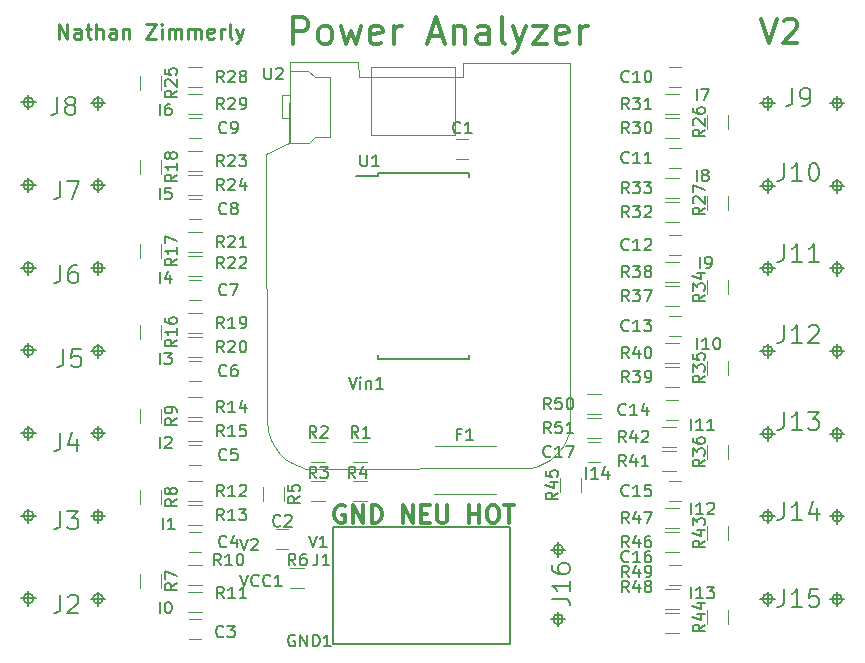
<source format=gbr>
G04 #@! TF.FileFunction,Legend,Top*
%FSLAX46Y46*%
G04 Gerber Fmt 4.6, Leading zero omitted, Abs format (unit mm)*
G04 Created by KiCad (PCBNEW 4.0.7) date Tuesday, June 05, 2018 'PMt' 05:00:48 PM*
%MOMM*%
%LPD*%
G01*
G04 APERTURE LIST*
%ADD10C,0.100000*%
%ADD11C,0.300000*%
%ADD12C,0.250000*%
%ADD13C,0.120000*%
%ADD14C,0.150000*%
%ADD15C,0.127000*%
G04 APERTURE END LIST*
D10*
D11*
X46661428Y-120154000D02*
X46518571Y-120082571D01*
X46304285Y-120082571D01*
X46090000Y-120154000D01*
X45947142Y-120296857D01*
X45875714Y-120439714D01*
X45804285Y-120725429D01*
X45804285Y-120939714D01*
X45875714Y-121225429D01*
X45947142Y-121368286D01*
X46090000Y-121511143D01*
X46304285Y-121582571D01*
X46447142Y-121582571D01*
X46661428Y-121511143D01*
X46732857Y-121439714D01*
X46732857Y-120939714D01*
X46447142Y-120939714D01*
X47375714Y-121582571D02*
X47375714Y-120082571D01*
X48232857Y-121582571D01*
X48232857Y-120082571D01*
X48947143Y-121582571D02*
X48947143Y-120082571D01*
X49304286Y-120082571D01*
X49518571Y-120154000D01*
X49661429Y-120296857D01*
X49732857Y-120439714D01*
X49804286Y-120725429D01*
X49804286Y-120939714D01*
X49732857Y-121225429D01*
X49661429Y-121368286D01*
X49518571Y-121511143D01*
X49304286Y-121582571D01*
X48947143Y-121582571D01*
X51590000Y-121582571D02*
X51590000Y-120082571D01*
X52447143Y-121582571D01*
X52447143Y-120082571D01*
X53161429Y-120796857D02*
X53661429Y-120796857D01*
X53875715Y-121582571D02*
X53161429Y-121582571D01*
X53161429Y-120082571D01*
X53875715Y-120082571D01*
X54518572Y-120082571D02*
X54518572Y-121296857D01*
X54590000Y-121439714D01*
X54661429Y-121511143D01*
X54804286Y-121582571D01*
X55090000Y-121582571D01*
X55232858Y-121511143D01*
X55304286Y-121439714D01*
X55375715Y-121296857D01*
X55375715Y-120082571D01*
X57232858Y-121582571D02*
X57232858Y-120082571D01*
X57232858Y-120796857D02*
X58090001Y-120796857D01*
X58090001Y-121582571D02*
X58090001Y-120082571D01*
X59090001Y-120082571D02*
X59375715Y-120082571D01*
X59518573Y-120154000D01*
X59661430Y-120296857D01*
X59732858Y-120582571D01*
X59732858Y-121082571D01*
X59661430Y-121368286D01*
X59518573Y-121511143D01*
X59375715Y-121582571D01*
X59090001Y-121582571D01*
X58947144Y-121511143D01*
X58804287Y-121368286D01*
X58732858Y-121082571D01*
X58732858Y-120582571D01*
X58804287Y-120296857D01*
X58947144Y-120154000D01*
X59090001Y-120082571D01*
X60161430Y-120082571D02*
X61018573Y-120082571D01*
X60590002Y-121582571D02*
X60590002Y-120082571D01*
D12*
X22487905Y-80565476D02*
X22487905Y-79315476D01*
X23202191Y-80565476D01*
X23202191Y-79315476D01*
X24333143Y-80565476D02*
X24333143Y-79910714D01*
X24273620Y-79791667D01*
X24154572Y-79732143D01*
X23916477Y-79732143D01*
X23797429Y-79791667D01*
X24333143Y-80505952D02*
X24214096Y-80565476D01*
X23916477Y-80565476D01*
X23797429Y-80505952D01*
X23737905Y-80386905D01*
X23737905Y-80267857D01*
X23797429Y-80148810D01*
X23916477Y-80089286D01*
X24214096Y-80089286D01*
X24333143Y-80029762D01*
X24749810Y-79732143D02*
X25226000Y-79732143D01*
X24928381Y-79315476D02*
X24928381Y-80386905D01*
X24987905Y-80505952D01*
X25106952Y-80565476D01*
X25226000Y-80565476D01*
X25642667Y-80565476D02*
X25642667Y-79315476D01*
X26178381Y-80565476D02*
X26178381Y-79910714D01*
X26118858Y-79791667D01*
X25999810Y-79732143D01*
X25821238Y-79732143D01*
X25702191Y-79791667D01*
X25642667Y-79851190D01*
X27309333Y-80565476D02*
X27309333Y-79910714D01*
X27249810Y-79791667D01*
X27130762Y-79732143D01*
X26892667Y-79732143D01*
X26773619Y-79791667D01*
X27309333Y-80505952D02*
X27190286Y-80565476D01*
X26892667Y-80565476D01*
X26773619Y-80505952D01*
X26714095Y-80386905D01*
X26714095Y-80267857D01*
X26773619Y-80148810D01*
X26892667Y-80089286D01*
X27190286Y-80089286D01*
X27309333Y-80029762D01*
X27904571Y-79732143D02*
X27904571Y-80565476D01*
X27904571Y-79851190D02*
X27964095Y-79791667D01*
X28083142Y-79732143D01*
X28261714Y-79732143D01*
X28380762Y-79791667D01*
X28440285Y-79910714D01*
X28440285Y-80565476D01*
X29868856Y-79315476D02*
X30702190Y-79315476D01*
X29868856Y-80565476D01*
X30702190Y-80565476D01*
X31178380Y-80565476D02*
X31178380Y-79732143D01*
X31178380Y-79315476D02*
X31118856Y-79375000D01*
X31178380Y-79434524D01*
X31237904Y-79375000D01*
X31178380Y-79315476D01*
X31178380Y-79434524D01*
X31773618Y-80565476D02*
X31773618Y-79732143D01*
X31773618Y-79851190D02*
X31833142Y-79791667D01*
X31952189Y-79732143D01*
X32130761Y-79732143D01*
X32249809Y-79791667D01*
X32309332Y-79910714D01*
X32309332Y-80565476D01*
X32309332Y-79910714D02*
X32368856Y-79791667D01*
X32487904Y-79732143D01*
X32666475Y-79732143D01*
X32785523Y-79791667D01*
X32845047Y-79910714D01*
X32845047Y-80565476D01*
X33440285Y-80565476D02*
X33440285Y-79732143D01*
X33440285Y-79851190D02*
X33499809Y-79791667D01*
X33618856Y-79732143D01*
X33797428Y-79732143D01*
X33916476Y-79791667D01*
X33975999Y-79910714D01*
X33975999Y-80565476D01*
X33975999Y-79910714D02*
X34035523Y-79791667D01*
X34154571Y-79732143D01*
X34333142Y-79732143D01*
X34452190Y-79791667D01*
X34511714Y-79910714D01*
X34511714Y-80565476D01*
X35583143Y-80505952D02*
X35464095Y-80565476D01*
X35226000Y-80565476D01*
X35106952Y-80505952D01*
X35047428Y-80386905D01*
X35047428Y-79910714D01*
X35106952Y-79791667D01*
X35226000Y-79732143D01*
X35464095Y-79732143D01*
X35583143Y-79791667D01*
X35642666Y-79910714D01*
X35642666Y-80029762D01*
X35047428Y-80148810D01*
X36178381Y-80565476D02*
X36178381Y-79732143D01*
X36178381Y-79970238D02*
X36237905Y-79851190D01*
X36297429Y-79791667D01*
X36416476Y-79732143D01*
X36535524Y-79732143D01*
X37130762Y-80565476D02*
X37011715Y-80505952D01*
X36952191Y-80386905D01*
X36952191Y-79315476D01*
X37487905Y-79732143D02*
X37785524Y-80565476D01*
X38083144Y-79732143D02*
X37785524Y-80565476D01*
X37666477Y-80863095D01*
X37606953Y-80922619D01*
X37487905Y-80982143D01*
D11*
X42288572Y-81017857D02*
X42288572Y-78767857D01*
X43145715Y-78767857D01*
X43360001Y-78875000D01*
X43467144Y-78982143D01*
X43574287Y-79196429D01*
X43574287Y-79517857D01*
X43467144Y-79732143D01*
X43360001Y-79839286D01*
X43145715Y-79946429D01*
X42288572Y-79946429D01*
X44860001Y-81017857D02*
X44645715Y-80910714D01*
X44538572Y-80803571D01*
X44431429Y-80589286D01*
X44431429Y-79946429D01*
X44538572Y-79732143D01*
X44645715Y-79625000D01*
X44860001Y-79517857D01*
X45181429Y-79517857D01*
X45395715Y-79625000D01*
X45502858Y-79732143D01*
X45610001Y-79946429D01*
X45610001Y-80589286D01*
X45502858Y-80803571D01*
X45395715Y-80910714D01*
X45181429Y-81017857D01*
X44860001Y-81017857D01*
X46360001Y-79517857D02*
X46788572Y-81017857D01*
X47217143Y-79946429D01*
X47645715Y-81017857D01*
X48074286Y-79517857D01*
X49788572Y-80910714D02*
X49574286Y-81017857D01*
X49145715Y-81017857D01*
X48931429Y-80910714D01*
X48824286Y-80696429D01*
X48824286Y-79839286D01*
X48931429Y-79625000D01*
X49145715Y-79517857D01*
X49574286Y-79517857D01*
X49788572Y-79625000D01*
X49895715Y-79839286D01*
X49895715Y-80053571D01*
X48824286Y-80267857D01*
X50860000Y-81017857D02*
X50860000Y-79517857D01*
X50860000Y-79946429D02*
X50967143Y-79732143D01*
X51074286Y-79625000D01*
X51288572Y-79517857D01*
X51502857Y-79517857D01*
X53860000Y-80375000D02*
X54931429Y-80375000D01*
X53645715Y-81017857D02*
X54395715Y-78767857D01*
X55145715Y-81017857D01*
X55895714Y-79517857D02*
X55895714Y-81017857D01*
X55895714Y-79732143D02*
X56002857Y-79625000D01*
X56217143Y-79517857D01*
X56538571Y-79517857D01*
X56752857Y-79625000D01*
X56860000Y-79839286D01*
X56860000Y-81017857D01*
X58895714Y-81017857D02*
X58895714Y-79839286D01*
X58788571Y-79625000D01*
X58574285Y-79517857D01*
X58145714Y-79517857D01*
X57931428Y-79625000D01*
X58895714Y-80910714D02*
X58681428Y-81017857D01*
X58145714Y-81017857D01*
X57931428Y-80910714D01*
X57824285Y-80696429D01*
X57824285Y-80482143D01*
X57931428Y-80267857D01*
X58145714Y-80160714D01*
X58681428Y-80160714D01*
X58895714Y-80053571D01*
X60288571Y-81017857D02*
X60074285Y-80910714D01*
X59967142Y-80696429D01*
X59967142Y-78767857D01*
X60931428Y-79517857D02*
X61467142Y-81017857D01*
X62002856Y-79517857D02*
X61467142Y-81017857D01*
X61252856Y-81553571D01*
X61145713Y-81660714D01*
X60931428Y-81767857D01*
X62645714Y-79517857D02*
X63824285Y-79517857D01*
X62645714Y-81017857D01*
X63824285Y-81017857D01*
X65538571Y-80910714D02*
X65324285Y-81017857D01*
X64895714Y-81017857D01*
X64681428Y-80910714D01*
X64574285Y-80696429D01*
X64574285Y-79839286D01*
X64681428Y-79625000D01*
X64895714Y-79517857D01*
X65324285Y-79517857D01*
X65538571Y-79625000D01*
X65645714Y-79839286D01*
X65645714Y-80053571D01*
X64574285Y-80267857D01*
X66609999Y-81017857D02*
X66609999Y-79517857D01*
X66609999Y-79946429D02*
X66717142Y-79732143D01*
X66824285Y-79625000D01*
X67038571Y-79517857D01*
X67252856Y-79517857D01*
X81946952Y-78904762D02*
X82613619Y-80904762D01*
X83280286Y-78904762D01*
X83851714Y-79095238D02*
X83946952Y-79000000D01*
X84137429Y-78904762D01*
X84613619Y-78904762D01*
X84804095Y-79000000D01*
X84899333Y-79095238D01*
X84994572Y-79285714D01*
X84994572Y-79476190D01*
X84899333Y-79761905D01*
X83756476Y-80904762D01*
X84994572Y-80904762D01*
D13*
X56142000Y-90766000D02*
X57142000Y-90766000D01*
X57142000Y-89066000D02*
X56142000Y-89066000D01*
X41902000Y-122086000D02*
X40902000Y-122086000D01*
X40902000Y-123786000D02*
X41902000Y-123786000D01*
X34536000Y-129706000D02*
X33536000Y-129706000D01*
X33536000Y-131406000D02*
X34536000Y-131406000D01*
X34536000Y-122340000D02*
X33536000Y-122340000D01*
X33536000Y-124040000D02*
X34536000Y-124040000D01*
X34536000Y-114974000D02*
X33536000Y-114974000D01*
X33536000Y-116674000D02*
X34536000Y-116674000D01*
X34536000Y-107862000D02*
X33536000Y-107862000D01*
X33536000Y-109562000D02*
X34536000Y-109562000D01*
X34536000Y-101004000D02*
X33536000Y-101004000D01*
X33536000Y-102704000D02*
X34536000Y-102704000D01*
X34536000Y-94146000D02*
X33536000Y-94146000D01*
X33536000Y-95846000D02*
X34536000Y-95846000D01*
X34536000Y-87288000D02*
X33536000Y-87288000D01*
X33536000Y-88988000D02*
X34536000Y-88988000D01*
X74176000Y-84670000D02*
X75176000Y-84670000D01*
X75176000Y-82970000D02*
X74176000Y-82970000D01*
X74176000Y-91528000D02*
X75176000Y-91528000D01*
X75176000Y-89828000D02*
X74176000Y-89828000D01*
X74176000Y-98894000D02*
X75176000Y-98894000D01*
X75176000Y-97194000D02*
X74176000Y-97194000D01*
X74176000Y-105752000D02*
X75176000Y-105752000D01*
X75176000Y-104052000D02*
X74176000Y-104052000D01*
X73922000Y-112864000D02*
X74922000Y-112864000D01*
X74922000Y-111164000D02*
X73922000Y-111164000D01*
X74176000Y-119722000D02*
X75176000Y-119722000D01*
X75176000Y-118022000D02*
X74176000Y-118022000D01*
X74176000Y-126834000D02*
X75176000Y-126834000D01*
X75176000Y-125134000D02*
X74176000Y-125134000D01*
X68318000Y-114720000D02*
X67318000Y-114720000D01*
X67318000Y-116420000D02*
X68318000Y-116420000D01*
X59476000Y-119112000D02*
X54276000Y-119112000D01*
X54286000Y-115072000D02*
X59486000Y-115072000D01*
D14*
X45650000Y-121900000D02*
X45650000Y-131800000D01*
X45650000Y-131800000D02*
X60650000Y-131800000D01*
X60650000Y-131800000D02*
X60650000Y-121900000D01*
X45650000Y-121900000D02*
X60650000Y-121900000D01*
D15*
X20325528Y-127970000D02*
G75*
G03X20325528Y-127970000I-423868J0D01*
G01*
X19302220Y-127970000D02*
X20503640Y-127970000D01*
X19901660Y-128569440D02*
X19901660Y-127370560D01*
X26215768Y-127990000D02*
G75*
G03X26215768Y-127990000I-423868J0D01*
G01*
X25192460Y-127990000D02*
X26393880Y-127990000D01*
X25791900Y-128589440D02*
X25791900Y-127390560D01*
X20325528Y-120970000D02*
G75*
G03X20325528Y-120970000I-423868J0D01*
G01*
X19302220Y-120970000D02*
X20503640Y-120970000D01*
X19901660Y-121569440D02*
X19901660Y-120370560D01*
X26215768Y-120990000D02*
G75*
G03X26215768Y-120990000I-423868J0D01*
G01*
X25192460Y-120990000D02*
X26393880Y-120990000D01*
X25791900Y-121589440D02*
X25791900Y-120390560D01*
X20325528Y-113970000D02*
G75*
G03X20325528Y-113970000I-423868J0D01*
G01*
X19302220Y-113970000D02*
X20503640Y-113970000D01*
X19901660Y-114569440D02*
X19901660Y-113370560D01*
X26215768Y-113990000D02*
G75*
G03X26215768Y-113990000I-423868J0D01*
G01*
X25192460Y-113990000D02*
X26393880Y-113990000D01*
X25791900Y-114589440D02*
X25791900Y-113390560D01*
X20325528Y-106970000D02*
G75*
G03X20325528Y-106970000I-423868J0D01*
G01*
X19302220Y-106970000D02*
X20503640Y-106970000D01*
X19901660Y-107569440D02*
X19901660Y-106370560D01*
X26215768Y-106990000D02*
G75*
G03X26215768Y-106990000I-423868J0D01*
G01*
X25192460Y-106990000D02*
X26393880Y-106990000D01*
X25791900Y-107589440D02*
X25791900Y-106390560D01*
X20325528Y-99970000D02*
G75*
G03X20325528Y-99970000I-423868J0D01*
G01*
X19302220Y-99970000D02*
X20503640Y-99970000D01*
X19901660Y-100569440D02*
X19901660Y-99370560D01*
X26215768Y-99990000D02*
G75*
G03X26215768Y-99990000I-423868J0D01*
G01*
X25192460Y-99990000D02*
X26393880Y-99990000D01*
X25791900Y-100589440D02*
X25791900Y-99390560D01*
X20325528Y-92970000D02*
G75*
G03X20325528Y-92970000I-423868J0D01*
G01*
X19302220Y-92970000D02*
X20503640Y-92970000D01*
X19901660Y-93569440D02*
X19901660Y-92370560D01*
X26215768Y-92990000D02*
G75*
G03X26215768Y-92990000I-423868J0D01*
G01*
X25192460Y-92990000D02*
X26393880Y-92990000D01*
X25791900Y-93589440D02*
X25791900Y-92390560D01*
X20325528Y-85970000D02*
G75*
G03X20325528Y-85970000I-423868J0D01*
G01*
X19302220Y-85970000D02*
X20503640Y-85970000D01*
X19901660Y-86569440D02*
X19901660Y-85370560D01*
X26215768Y-85990000D02*
G75*
G03X26215768Y-85990000I-423868J0D01*
G01*
X25192460Y-85990000D02*
X26393880Y-85990000D01*
X25791900Y-86589440D02*
X25791900Y-85390560D01*
X88792208Y-86030000D02*
G75*
G03X88792208Y-86030000I-423868J0D01*
G01*
X88967780Y-86030000D02*
X87766360Y-86030000D01*
X88368340Y-85430560D02*
X88368340Y-86629440D01*
X82901968Y-86010000D02*
G75*
G03X82901968Y-86010000I-423868J0D01*
G01*
X83077540Y-86010000D02*
X81876120Y-86010000D01*
X82478100Y-85410560D02*
X82478100Y-86609440D01*
X88792208Y-93030000D02*
G75*
G03X88792208Y-93030000I-423868J0D01*
G01*
X88967780Y-93030000D02*
X87766360Y-93030000D01*
X88368340Y-92430560D02*
X88368340Y-93629440D01*
X82901968Y-93010000D02*
G75*
G03X82901968Y-93010000I-423868J0D01*
G01*
X83077540Y-93010000D02*
X81876120Y-93010000D01*
X82478100Y-92410560D02*
X82478100Y-93609440D01*
X88792208Y-100030000D02*
G75*
G03X88792208Y-100030000I-423868J0D01*
G01*
X88967780Y-100030000D02*
X87766360Y-100030000D01*
X88368340Y-99430560D02*
X88368340Y-100629440D01*
X82901968Y-100010000D02*
G75*
G03X82901968Y-100010000I-423868J0D01*
G01*
X83077540Y-100010000D02*
X81876120Y-100010000D01*
X82478100Y-99410560D02*
X82478100Y-100609440D01*
X88792208Y-107030000D02*
G75*
G03X88792208Y-107030000I-423868J0D01*
G01*
X88967780Y-107030000D02*
X87766360Y-107030000D01*
X88368340Y-106430560D02*
X88368340Y-107629440D01*
X82901968Y-107010000D02*
G75*
G03X82901968Y-107010000I-423868J0D01*
G01*
X83077540Y-107010000D02*
X81876120Y-107010000D01*
X82478100Y-106410560D02*
X82478100Y-107609440D01*
X88792208Y-114030000D02*
G75*
G03X88792208Y-114030000I-423868J0D01*
G01*
X88967780Y-114030000D02*
X87766360Y-114030000D01*
X88368340Y-113430560D02*
X88368340Y-114629440D01*
X82901968Y-114010000D02*
G75*
G03X82901968Y-114010000I-423868J0D01*
G01*
X83077540Y-114010000D02*
X81876120Y-114010000D01*
X82478100Y-113410560D02*
X82478100Y-114609440D01*
X88792208Y-121030000D02*
G75*
G03X88792208Y-121030000I-423868J0D01*
G01*
X88967780Y-121030000D02*
X87766360Y-121030000D01*
X88368340Y-120430560D02*
X88368340Y-121629440D01*
X82901968Y-121010000D02*
G75*
G03X82901968Y-121010000I-423868J0D01*
G01*
X83077540Y-121010000D02*
X81876120Y-121010000D01*
X82478100Y-120410560D02*
X82478100Y-121609440D01*
X88792208Y-128030000D02*
G75*
G03X88792208Y-128030000I-423868J0D01*
G01*
X88967780Y-128030000D02*
X87766360Y-128030000D01*
X88368340Y-127430560D02*
X88368340Y-128629440D01*
X82901968Y-128010000D02*
G75*
G03X82901968Y-128010000I-423868J0D01*
G01*
X83077540Y-128010000D02*
X81876120Y-128010000D01*
X82478100Y-127410560D02*
X82478100Y-128609440D01*
X65163868Y-129718340D02*
G75*
G03X65163868Y-129718340I-423868J0D01*
G01*
X64740000Y-130317780D02*
X64740000Y-129116360D01*
X65339440Y-129718340D02*
X64140560Y-129718340D01*
X65183868Y-123828100D02*
G75*
G03X65183868Y-123828100I-423868J0D01*
G01*
X64760000Y-124427540D02*
X64760000Y-123226120D01*
X65359440Y-123828100D02*
X64160560Y-123828100D01*
D13*
X48606000Y-116450000D02*
X47406000Y-116450000D01*
X47406000Y-114690000D02*
X48606000Y-114690000D01*
X45050000Y-116450000D02*
X43850000Y-116450000D01*
X43850000Y-114690000D02*
X45050000Y-114690000D01*
X43850000Y-117992000D02*
X45050000Y-117992000D01*
X45050000Y-119752000D02*
X43850000Y-119752000D01*
X48606000Y-119752000D02*
X47406000Y-119752000D01*
X47406000Y-117992000D02*
X48606000Y-117992000D01*
X39760000Y-119726000D02*
X39760000Y-118526000D01*
X41520000Y-118526000D02*
X41520000Y-119726000D01*
X43272000Y-127118000D02*
X42072000Y-127118000D01*
X42072000Y-125358000D02*
X43272000Y-125358000D01*
X31106000Y-125892000D02*
X31106000Y-127092000D01*
X29346000Y-127092000D02*
X29346000Y-125892000D01*
X31106000Y-118780000D02*
X31106000Y-119980000D01*
X29346000Y-119980000D02*
X29346000Y-118780000D01*
X31106000Y-111922000D02*
X31106000Y-113122000D01*
X29346000Y-113122000D02*
X29346000Y-111922000D01*
X33436000Y-125104000D02*
X34636000Y-125104000D01*
X34636000Y-126864000D02*
X33436000Y-126864000D01*
X34636000Y-129150000D02*
X33436000Y-129150000D01*
X33436000Y-127390000D02*
X34636000Y-127390000D01*
X33436000Y-117992000D02*
X34636000Y-117992000D01*
X34636000Y-119752000D02*
X33436000Y-119752000D01*
X34636000Y-121784000D02*
X33436000Y-121784000D01*
X33436000Y-120024000D02*
X34636000Y-120024000D01*
X33436000Y-110880000D02*
X34636000Y-110880000D01*
X34636000Y-112640000D02*
X33436000Y-112640000D01*
X34636000Y-114672000D02*
X33436000Y-114672000D01*
X33436000Y-112912000D02*
X34636000Y-112912000D01*
X31106000Y-104810000D02*
X31106000Y-106010000D01*
X29346000Y-106010000D02*
X29346000Y-104810000D01*
X31106000Y-97952000D02*
X31106000Y-99152000D01*
X29346000Y-99152000D02*
X29346000Y-97952000D01*
X31106000Y-90840000D02*
X31106000Y-92040000D01*
X29346000Y-92040000D02*
X29346000Y-90840000D01*
X33436000Y-103768000D02*
X34636000Y-103768000D01*
X34636000Y-105528000D02*
X33436000Y-105528000D01*
X34636000Y-107560000D02*
X33436000Y-107560000D01*
X33436000Y-105800000D02*
X34636000Y-105800000D01*
X33436000Y-96910000D02*
X34636000Y-96910000D01*
X34636000Y-98670000D02*
X33436000Y-98670000D01*
X34636000Y-100702000D02*
X33436000Y-100702000D01*
X33436000Y-98942000D02*
X34636000Y-98942000D01*
X33436000Y-90052000D02*
X34636000Y-90052000D01*
X34636000Y-91812000D02*
X33436000Y-91812000D01*
X34636000Y-93844000D02*
X33436000Y-93844000D01*
X33436000Y-92084000D02*
X34636000Y-92084000D01*
X31106000Y-83728000D02*
X31106000Y-84928000D01*
X29346000Y-84928000D02*
X29346000Y-83728000D01*
X77352000Y-88230000D02*
X77352000Y-87030000D01*
X79112000Y-87030000D02*
X79112000Y-88230000D01*
X77352000Y-95088000D02*
X77352000Y-93888000D01*
X79112000Y-93888000D02*
X79112000Y-95088000D01*
X33436000Y-82940000D02*
X34636000Y-82940000D01*
X34636000Y-84700000D02*
X33436000Y-84700000D01*
X34636000Y-86986000D02*
X33436000Y-86986000D01*
X33436000Y-85226000D02*
X34636000Y-85226000D01*
X75022000Y-89018000D02*
X73822000Y-89018000D01*
X73822000Y-87258000D02*
X75022000Y-87258000D01*
X73822000Y-85226000D02*
X75022000Y-85226000D01*
X75022000Y-86986000D02*
X73822000Y-86986000D01*
X75022000Y-96130000D02*
X73822000Y-96130000D01*
X73822000Y-94370000D02*
X75022000Y-94370000D01*
X73822000Y-92338000D02*
X75022000Y-92338000D01*
X75022000Y-94098000D02*
X73822000Y-94098000D01*
X77352000Y-102200000D02*
X77352000Y-101000000D01*
X79112000Y-101000000D02*
X79112000Y-102200000D01*
X77352000Y-109058000D02*
X77352000Y-107858000D01*
X79112000Y-107858000D02*
X79112000Y-109058000D01*
X77352000Y-116170000D02*
X77352000Y-114970000D01*
X79112000Y-114970000D02*
X79112000Y-116170000D01*
X75022000Y-103242000D02*
X73822000Y-103242000D01*
X73822000Y-101482000D02*
X75022000Y-101482000D01*
X73822000Y-99450000D02*
X75022000Y-99450000D01*
X75022000Y-101210000D02*
X73822000Y-101210000D01*
X75022000Y-110100000D02*
X73822000Y-110100000D01*
X73822000Y-108340000D02*
X75022000Y-108340000D01*
X73822000Y-106308000D02*
X75022000Y-106308000D01*
X75022000Y-108068000D02*
X73822000Y-108068000D01*
X74768000Y-117212000D02*
X73568000Y-117212000D01*
X73568000Y-115452000D02*
X74768000Y-115452000D01*
X73568000Y-113420000D02*
X74768000Y-113420000D01*
X74768000Y-115180000D02*
X73568000Y-115180000D01*
X77352000Y-123028000D02*
X77352000Y-121828000D01*
X79112000Y-121828000D02*
X79112000Y-123028000D01*
X77352000Y-130140000D02*
X77352000Y-128940000D01*
X79112000Y-128940000D02*
X79112000Y-130140000D01*
X64906000Y-118964000D02*
X64906000Y-117764000D01*
X66666000Y-117764000D02*
X66666000Y-118964000D01*
X75022000Y-124070000D02*
X73822000Y-124070000D01*
X73822000Y-122310000D02*
X75022000Y-122310000D01*
X73822000Y-120278000D02*
X75022000Y-120278000D01*
X75022000Y-122038000D02*
X73822000Y-122038000D01*
X75022000Y-130928000D02*
X73822000Y-130928000D01*
X73822000Y-129168000D02*
X75022000Y-129168000D01*
X73822000Y-127136000D02*
X75022000Y-127136000D01*
X75022000Y-128896000D02*
X73822000Y-128896000D01*
X67218000Y-110626000D02*
X68418000Y-110626000D01*
X68418000Y-112386000D02*
X67218000Y-112386000D01*
X68418000Y-114418000D02*
X67218000Y-114418000D01*
X67218000Y-112658000D02*
X68418000Y-112658000D01*
D14*
X49465000Y-91947000D02*
X49465000Y-92222000D01*
X57215000Y-91947000D02*
X57215000Y-92312000D01*
X57215000Y-107697000D02*
X57215000Y-107332000D01*
X49465000Y-107697000D02*
X49465000Y-107332000D01*
X49465000Y-91947000D02*
X57215000Y-91947000D01*
X49465000Y-107697000D02*
X57215000Y-107697000D01*
X49465000Y-92222000D02*
X47640000Y-92222000D01*
D10*
X42014528Y-82528772D02*
X47825820Y-82528772D01*
X47825820Y-82528772D02*
X47852151Y-83812205D01*
X47852151Y-83812205D02*
X56683373Y-83805517D01*
X56683373Y-83805517D02*
X56681397Y-82603264D01*
X56681397Y-82603264D02*
X65762193Y-82629342D01*
X65762193Y-82629342D02*
X65748195Y-113799493D01*
X65748195Y-113799493D02*
X65515384Y-114402286D01*
X65515384Y-114402286D02*
X65231901Y-114947167D01*
X65231901Y-114947167D02*
X64897253Y-115433577D01*
X64897253Y-115433577D02*
X64510953Y-115860952D01*
X64510953Y-115860952D02*
X64072512Y-116228741D01*
X64072512Y-116228741D02*
X63581440Y-116536377D01*
X63581440Y-116536377D02*
X63037250Y-116783310D01*
X63037250Y-116783310D02*
X62439453Y-116968976D01*
X62439453Y-116968976D02*
X43401540Y-116997734D01*
X43401540Y-116997734D02*
X42782176Y-116763741D01*
X42782176Y-116763741D02*
X42193982Y-116479258D01*
X42193982Y-116479258D02*
X41650555Y-116129743D01*
X41650555Y-116129743D02*
X41165497Y-115700658D01*
X41165497Y-115700658D02*
X40752405Y-115177460D01*
X40752405Y-115177460D02*
X40424878Y-114545613D01*
X40424878Y-114545613D02*
X40196518Y-113790575D01*
X40196518Y-113790575D02*
X40080922Y-112897807D01*
X40080922Y-112897807D02*
X40055974Y-90342715D01*
X40055974Y-90342715D02*
X41999520Y-89381819D01*
X41999520Y-89381819D02*
X42029314Y-82573476D01*
X56011650Y-88754549D02*
X48872069Y-88754549D01*
X48872069Y-88754549D02*
X48872069Y-82940812D01*
X48872069Y-82940812D02*
X56011650Y-82940812D01*
X56011650Y-82940812D02*
X56011650Y-88754549D01*
X42088400Y-89403651D02*
X43640622Y-89403651D01*
X43640622Y-89403651D02*
X44169789Y-88874485D01*
X44169789Y-88874485D02*
X45422150Y-88874485D01*
X45422150Y-88874485D02*
X45422150Y-83812124D01*
X45422150Y-83812124D02*
X44134511Y-83812124D01*
X44134511Y-83812124D02*
X43605344Y-83318235D01*
X43605344Y-83318235D02*
X42035483Y-83318235D01*
X42035483Y-83318235D02*
X42088400Y-89403651D01*
X42053122Y-87322262D02*
X41400483Y-87322262D01*
X41400483Y-87322262D02*
X41400483Y-85329068D01*
X41400483Y-85329068D02*
X42017844Y-85329068D01*
D14*
X56475334Y-88495143D02*
X56427715Y-88542762D01*
X56284858Y-88590381D01*
X56189620Y-88590381D01*
X56046762Y-88542762D01*
X55951524Y-88447524D01*
X55903905Y-88352286D01*
X55856286Y-88161810D01*
X55856286Y-88018952D01*
X55903905Y-87828476D01*
X55951524Y-87733238D01*
X56046762Y-87638000D01*
X56189620Y-87590381D01*
X56284858Y-87590381D01*
X56427715Y-87638000D01*
X56475334Y-87685619D01*
X57427715Y-88590381D02*
X56856286Y-88590381D01*
X57142000Y-88590381D02*
X57142000Y-87590381D01*
X57046762Y-87733238D01*
X56951524Y-87828476D01*
X56856286Y-87876095D01*
X41235334Y-121793143D02*
X41187715Y-121840762D01*
X41044858Y-121888381D01*
X40949620Y-121888381D01*
X40806762Y-121840762D01*
X40711524Y-121745524D01*
X40663905Y-121650286D01*
X40616286Y-121459810D01*
X40616286Y-121316952D01*
X40663905Y-121126476D01*
X40711524Y-121031238D01*
X40806762Y-120936000D01*
X40949620Y-120888381D01*
X41044858Y-120888381D01*
X41187715Y-120936000D01*
X41235334Y-120983619D01*
X41616286Y-120983619D02*
X41663905Y-120936000D01*
X41759143Y-120888381D01*
X41997239Y-120888381D01*
X42092477Y-120936000D01*
X42140096Y-120983619D01*
X42187715Y-121078857D01*
X42187715Y-121174095D01*
X42140096Y-121316952D01*
X41568667Y-121888381D01*
X42187715Y-121888381D01*
X36409334Y-131167143D02*
X36361715Y-131214762D01*
X36218858Y-131262381D01*
X36123620Y-131262381D01*
X35980762Y-131214762D01*
X35885524Y-131119524D01*
X35837905Y-131024286D01*
X35790286Y-130833810D01*
X35790286Y-130690952D01*
X35837905Y-130500476D01*
X35885524Y-130405238D01*
X35980762Y-130310000D01*
X36123620Y-130262381D01*
X36218858Y-130262381D01*
X36361715Y-130310000D01*
X36409334Y-130357619D01*
X36742667Y-130262381D02*
X37361715Y-130262381D01*
X37028381Y-130643333D01*
X37171239Y-130643333D01*
X37266477Y-130690952D01*
X37314096Y-130738571D01*
X37361715Y-130833810D01*
X37361715Y-131071905D01*
X37314096Y-131167143D01*
X37266477Y-131214762D01*
X37171239Y-131262381D01*
X36885524Y-131262381D01*
X36790286Y-131214762D01*
X36742667Y-131167143D01*
X36663334Y-123547143D02*
X36615715Y-123594762D01*
X36472858Y-123642381D01*
X36377620Y-123642381D01*
X36234762Y-123594762D01*
X36139524Y-123499524D01*
X36091905Y-123404286D01*
X36044286Y-123213810D01*
X36044286Y-123070952D01*
X36091905Y-122880476D01*
X36139524Y-122785238D01*
X36234762Y-122690000D01*
X36377620Y-122642381D01*
X36472858Y-122642381D01*
X36615715Y-122690000D01*
X36663334Y-122737619D01*
X37520477Y-122975714D02*
X37520477Y-123642381D01*
X37282381Y-122594762D02*
X37044286Y-123309048D01*
X37663334Y-123309048D01*
X36663334Y-116181143D02*
X36615715Y-116228762D01*
X36472858Y-116276381D01*
X36377620Y-116276381D01*
X36234762Y-116228762D01*
X36139524Y-116133524D01*
X36091905Y-116038286D01*
X36044286Y-115847810D01*
X36044286Y-115704952D01*
X36091905Y-115514476D01*
X36139524Y-115419238D01*
X36234762Y-115324000D01*
X36377620Y-115276381D01*
X36472858Y-115276381D01*
X36615715Y-115324000D01*
X36663334Y-115371619D01*
X37568096Y-115276381D02*
X37091905Y-115276381D01*
X37044286Y-115752571D01*
X37091905Y-115704952D01*
X37187143Y-115657333D01*
X37425239Y-115657333D01*
X37520477Y-115704952D01*
X37568096Y-115752571D01*
X37615715Y-115847810D01*
X37615715Y-116085905D01*
X37568096Y-116181143D01*
X37520477Y-116228762D01*
X37425239Y-116276381D01*
X37187143Y-116276381D01*
X37091905Y-116228762D01*
X37044286Y-116181143D01*
X36663334Y-109069143D02*
X36615715Y-109116762D01*
X36472858Y-109164381D01*
X36377620Y-109164381D01*
X36234762Y-109116762D01*
X36139524Y-109021524D01*
X36091905Y-108926286D01*
X36044286Y-108735810D01*
X36044286Y-108592952D01*
X36091905Y-108402476D01*
X36139524Y-108307238D01*
X36234762Y-108212000D01*
X36377620Y-108164381D01*
X36472858Y-108164381D01*
X36615715Y-108212000D01*
X36663334Y-108259619D01*
X37520477Y-108164381D02*
X37330000Y-108164381D01*
X37234762Y-108212000D01*
X37187143Y-108259619D01*
X37091905Y-108402476D01*
X37044286Y-108592952D01*
X37044286Y-108973905D01*
X37091905Y-109069143D01*
X37139524Y-109116762D01*
X37234762Y-109164381D01*
X37425239Y-109164381D01*
X37520477Y-109116762D01*
X37568096Y-109069143D01*
X37615715Y-108973905D01*
X37615715Y-108735810D01*
X37568096Y-108640571D01*
X37520477Y-108592952D01*
X37425239Y-108545333D01*
X37234762Y-108545333D01*
X37139524Y-108592952D01*
X37091905Y-108640571D01*
X37044286Y-108735810D01*
X36663334Y-102211143D02*
X36615715Y-102258762D01*
X36472858Y-102306381D01*
X36377620Y-102306381D01*
X36234762Y-102258762D01*
X36139524Y-102163524D01*
X36091905Y-102068286D01*
X36044286Y-101877810D01*
X36044286Y-101734952D01*
X36091905Y-101544476D01*
X36139524Y-101449238D01*
X36234762Y-101354000D01*
X36377620Y-101306381D01*
X36472858Y-101306381D01*
X36615715Y-101354000D01*
X36663334Y-101401619D01*
X36996667Y-101306381D02*
X37663334Y-101306381D01*
X37234762Y-102306381D01*
X36663334Y-95353143D02*
X36615715Y-95400762D01*
X36472858Y-95448381D01*
X36377620Y-95448381D01*
X36234762Y-95400762D01*
X36139524Y-95305524D01*
X36091905Y-95210286D01*
X36044286Y-95019810D01*
X36044286Y-94876952D01*
X36091905Y-94686476D01*
X36139524Y-94591238D01*
X36234762Y-94496000D01*
X36377620Y-94448381D01*
X36472858Y-94448381D01*
X36615715Y-94496000D01*
X36663334Y-94543619D01*
X37234762Y-94876952D02*
X37139524Y-94829333D01*
X37091905Y-94781714D01*
X37044286Y-94686476D01*
X37044286Y-94638857D01*
X37091905Y-94543619D01*
X37139524Y-94496000D01*
X37234762Y-94448381D01*
X37425239Y-94448381D01*
X37520477Y-94496000D01*
X37568096Y-94543619D01*
X37615715Y-94638857D01*
X37615715Y-94686476D01*
X37568096Y-94781714D01*
X37520477Y-94829333D01*
X37425239Y-94876952D01*
X37234762Y-94876952D01*
X37139524Y-94924571D01*
X37091905Y-94972190D01*
X37044286Y-95067429D01*
X37044286Y-95257905D01*
X37091905Y-95353143D01*
X37139524Y-95400762D01*
X37234762Y-95448381D01*
X37425239Y-95448381D01*
X37520477Y-95400762D01*
X37568096Y-95353143D01*
X37615715Y-95257905D01*
X37615715Y-95067429D01*
X37568096Y-94972190D01*
X37520477Y-94924571D01*
X37425239Y-94876952D01*
X36663334Y-88495143D02*
X36615715Y-88542762D01*
X36472858Y-88590381D01*
X36377620Y-88590381D01*
X36234762Y-88542762D01*
X36139524Y-88447524D01*
X36091905Y-88352286D01*
X36044286Y-88161810D01*
X36044286Y-88018952D01*
X36091905Y-87828476D01*
X36139524Y-87733238D01*
X36234762Y-87638000D01*
X36377620Y-87590381D01*
X36472858Y-87590381D01*
X36615715Y-87638000D01*
X36663334Y-87685619D01*
X37139524Y-88590381D02*
X37330000Y-88590381D01*
X37425239Y-88542762D01*
X37472858Y-88495143D01*
X37568096Y-88352286D01*
X37615715Y-88161810D01*
X37615715Y-87780857D01*
X37568096Y-87685619D01*
X37520477Y-87638000D01*
X37425239Y-87590381D01*
X37234762Y-87590381D01*
X37139524Y-87638000D01*
X37091905Y-87685619D01*
X37044286Y-87780857D01*
X37044286Y-88018952D01*
X37091905Y-88114190D01*
X37139524Y-88161810D01*
X37234762Y-88209429D01*
X37425239Y-88209429D01*
X37520477Y-88161810D01*
X37568096Y-88114190D01*
X37615715Y-88018952D01*
X70731143Y-84177143D02*
X70683524Y-84224762D01*
X70540667Y-84272381D01*
X70445429Y-84272381D01*
X70302571Y-84224762D01*
X70207333Y-84129524D01*
X70159714Y-84034286D01*
X70112095Y-83843810D01*
X70112095Y-83700952D01*
X70159714Y-83510476D01*
X70207333Y-83415238D01*
X70302571Y-83320000D01*
X70445429Y-83272381D01*
X70540667Y-83272381D01*
X70683524Y-83320000D01*
X70731143Y-83367619D01*
X71683524Y-84272381D02*
X71112095Y-84272381D01*
X71397809Y-84272381D02*
X71397809Y-83272381D01*
X71302571Y-83415238D01*
X71207333Y-83510476D01*
X71112095Y-83558095D01*
X72302571Y-83272381D02*
X72397810Y-83272381D01*
X72493048Y-83320000D01*
X72540667Y-83367619D01*
X72588286Y-83462857D01*
X72635905Y-83653333D01*
X72635905Y-83891429D01*
X72588286Y-84081905D01*
X72540667Y-84177143D01*
X72493048Y-84224762D01*
X72397810Y-84272381D01*
X72302571Y-84272381D01*
X72207333Y-84224762D01*
X72159714Y-84177143D01*
X72112095Y-84081905D01*
X72064476Y-83891429D01*
X72064476Y-83653333D01*
X72112095Y-83462857D01*
X72159714Y-83367619D01*
X72207333Y-83320000D01*
X72302571Y-83272381D01*
X70731143Y-91035143D02*
X70683524Y-91082762D01*
X70540667Y-91130381D01*
X70445429Y-91130381D01*
X70302571Y-91082762D01*
X70207333Y-90987524D01*
X70159714Y-90892286D01*
X70112095Y-90701810D01*
X70112095Y-90558952D01*
X70159714Y-90368476D01*
X70207333Y-90273238D01*
X70302571Y-90178000D01*
X70445429Y-90130381D01*
X70540667Y-90130381D01*
X70683524Y-90178000D01*
X70731143Y-90225619D01*
X71683524Y-91130381D02*
X71112095Y-91130381D01*
X71397809Y-91130381D02*
X71397809Y-90130381D01*
X71302571Y-90273238D01*
X71207333Y-90368476D01*
X71112095Y-90416095D01*
X72635905Y-91130381D02*
X72064476Y-91130381D01*
X72350190Y-91130381D02*
X72350190Y-90130381D01*
X72254952Y-90273238D01*
X72159714Y-90368476D01*
X72064476Y-90416095D01*
X70731143Y-98401143D02*
X70683524Y-98448762D01*
X70540667Y-98496381D01*
X70445429Y-98496381D01*
X70302571Y-98448762D01*
X70207333Y-98353524D01*
X70159714Y-98258286D01*
X70112095Y-98067810D01*
X70112095Y-97924952D01*
X70159714Y-97734476D01*
X70207333Y-97639238D01*
X70302571Y-97544000D01*
X70445429Y-97496381D01*
X70540667Y-97496381D01*
X70683524Y-97544000D01*
X70731143Y-97591619D01*
X71683524Y-98496381D02*
X71112095Y-98496381D01*
X71397809Y-98496381D02*
X71397809Y-97496381D01*
X71302571Y-97639238D01*
X71207333Y-97734476D01*
X71112095Y-97782095D01*
X72064476Y-97591619D02*
X72112095Y-97544000D01*
X72207333Y-97496381D01*
X72445429Y-97496381D01*
X72540667Y-97544000D01*
X72588286Y-97591619D01*
X72635905Y-97686857D01*
X72635905Y-97782095D01*
X72588286Y-97924952D01*
X72016857Y-98496381D01*
X72635905Y-98496381D01*
X70731143Y-105259143D02*
X70683524Y-105306762D01*
X70540667Y-105354381D01*
X70445429Y-105354381D01*
X70302571Y-105306762D01*
X70207333Y-105211524D01*
X70159714Y-105116286D01*
X70112095Y-104925810D01*
X70112095Y-104782952D01*
X70159714Y-104592476D01*
X70207333Y-104497238D01*
X70302571Y-104402000D01*
X70445429Y-104354381D01*
X70540667Y-104354381D01*
X70683524Y-104402000D01*
X70731143Y-104449619D01*
X71683524Y-105354381D02*
X71112095Y-105354381D01*
X71397809Y-105354381D02*
X71397809Y-104354381D01*
X71302571Y-104497238D01*
X71207333Y-104592476D01*
X71112095Y-104640095D01*
X72016857Y-104354381D02*
X72635905Y-104354381D01*
X72302571Y-104735333D01*
X72445429Y-104735333D01*
X72540667Y-104782952D01*
X72588286Y-104830571D01*
X72635905Y-104925810D01*
X72635905Y-105163905D01*
X72588286Y-105259143D01*
X72540667Y-105306762D01*
X72445429Y-105354381D01*
X72159714Y-105354381D01*
X72064476Y-105306762D01*
X72016857Y-105259143D01*
X70477143Y-112371143D02*
X70429524Y-112418762D01*
X70286667Y-112466381D01*
X70191429Y-112466381D01*
X70048571Y-112418762D01*
X69953333Y-112323524D01*
X69905714Y-112228286D01*
X69858095Y-112037810D01*
X69858095Y-111894952D01*
X69905714Y-111704476D01*
X69953333Y-111609238D01*
X70048571Y-111514000D01*
X70191429Y-111466381D01*
X70286667Y-111466381D01*
X70429524Y-111514000D01*
X70477143Y-111561619D01*
X71429524Y-112466381D02*
X70858095Y-112466381D01*
X71143809Y-112466381D02*
X71143809Y-111466381D01*
X71048571Y-111609238D01*
X70953333Y-111704476D01*
X70858095Y-111752095D01*
X72286667Y-111799714D02*
X72286667Y-112466381D01*
X72048571Y-111418762D02*
X71810476Y-112133048D01*
X72429524Y-112133048D01*
X70731143Y-119229143D02*
X70683524Y-119276762D01*
X70540667Y-119324381D01*
X70445429Y-119324381D01*
X70302571Y-119276762D01*
X70207333Y-119181524D01*
X70159714Y-119086286D01*
X70112095Y-118895810D01*
X70112095Y-118752952D01*
X70159714Y-118562476D01*
X70207333Y-118467238D01*
X70302571Y-118372000D01*
X70445429Y-118324381D01*
X70540667Y-118324381D01*
X70683524Y-118372000D01*
X70731143Y-118419619D01*
X71683524Y-119324381D02*
X71112095Y-119324381D01*
X71397809Y-119324381D02*
X71397809Y-118324381D01*
X71302571Y-118467238D01*
X71207333Y-118562476D01*
X71112095Y-118610095D01*
X72588286Y-118324381D02*
X72112095Y-118324381D01*
X72064476Y-118800571D01*
X72112095Y-118752952D01*
X72207333Y-118705333D01*
X72445429Y-118705333D01*
X72540667Y-118752952D01*
X72588286Y-118800571D01*
X72635905Y-118895810D01*
X72635905Y-119133905D01*
X72588286Y-119229143D01*
X72540667Y-119276762D01*
X72445429Y-119324381D01*
X72207333Y-119324381D01*
X72112095Y-119276762D01*
X72064476Y-119229143D01*
X70731143Y-124817143D02*
X70683524Y-124864762D01*
X70540667Y-124912381D01*
X70445429Y-124912381D01*
X70302571Y-124864762D01*
X70207333Y-124769524D01*
X70159714Y-124674286D01*
X70112095Y-124483810D01*
X70112095Y-124340952D01*
X70159714Y-124150476D01*
X70207333Y-124055238D01*
X70302571Y-123960000D01*
X70445429Y-123912381D01*
X70540667Y-123912381D01*
X70683524Y-123960000D01*
X70731143Y-124007619D01*
X71683524Y-124912381D02*
X71112095Y-124912381D01*
X71397809Y-124912381D02*
X71397809Y-123912381D01*
X71302571Y-124055238D01*
X71207333Y-124150476D01*
X71112095Y-124198095D01*
X72540667Y-123912381D02*
X72350190Y-123912381D01*
X72254952Y-123960000D01*
X72207333Y-124007619D01*
X72112095Y-124150476D01*
X72064476Y-124340952D01*
X72064476Y-124721905D01*
X72112095Y-124817143D01*
X72159714Y-124864762D01*
X72254952Y-124912381D01*
X72445429Y-124912381D01*
X72540667Y-124864762D01*
X72588286Y-124817143D01*
X72635905Y-124721905D01*
X72635905Y-124483810D01*
X72588286Y-124388571D01*
X72540667Y-124340952D01*
X72445429Y-124293333D01*
X72254952Y-124293333D01*
X72159714Y-124340952D01*
X72112095Y-124388571D01*
X72064476Y-124483810D01*
X64127143Y-115927143D02*
X64079524Y-115974762D01*
X63936667Y-116022381D01*
X63841429Y-116022381D01*
X63698571Y-115974762D01*
X63603333Y-115879524D01*
X63555714Y-115784286D01*
X63508095Y-115593810D01*
X63508095Y-115450952D01*
X63555714Y-115260476D01*
X63603333Y-115165238D01*
X63698571Y-115070000D01*
X63841429Y-115022381D01*
X63936667Y-115022381D01*
X64079524Y-115070000D01*
X64127143Y-115117619D01*
X65079524Y-116022381D02*
X64508095Y-116022381D01*
X64793809Y-116022381D02*
X64793809Y-115022381D01*
X64698571Y-115165238D01*
X64603333Y-115260476D01*
X64508095Y-115308095D01*
X65412857Y-115022381D02*
X66079524Y-115022381D01*
X65650952Y-116022381D01*
X56492667Y-114070571D02*
X56159333Y-114070571D01*
X56159333Y-114594381D02*
X56159333Y-113594381D01*
X56635524Y-113594381D01*
X57540286Y-114594381D02*
X56968857Y-114594381D01*
X57254571Y-114594381D02*
X57254571Y-113594381D01*
X57159333Y-113737238D01*
X57064095Y-113832476D01*
X56968857Y-113880095D01*
X42449905Y-131072000D02*
X42354667Y-131024381D01*
X42211810Y-131024381D01*
X42068952Y-131072000D01*
X41973714Y-131167238D01*
X41926095Y-131262476D01*
X41878476Y-131452952D01*
X41878476Y-131595810D01*
X41926095Y-131786286D01*
X41973714Y-131881524D01*
X42068952Y-131976762D01*
X42211810Y-132024381D01*
X42307048Y-132024381D01*
X42449905Y-131976762D01*
X42497524Y-131929143D01*
X42497524Y-131595810D01*
X42307048Y-131595810D01*
X42926095Y-132024381D02*
X42926095Y-131024381D01*
X43497524Y-132024381D01*
X43497524Y-131024381D01*
X43973714Y-132024381D02*
X43973714Y-131024381D01*
X44211809Y-131024381D01*
X44354667Y-131072000D01*
X44449905Y-131167238D01*
X44497524Y-131262476D01*
X44545143Y-131452952D01*
X44545143Y-131595810D01*
X44497524Y-131786286D01*
X44449905Y-131881524D01*
X44354667Y-131976762D01*
X44211809Y-132024381D01*
X43973714Y-132024381D01*
X45497524Y-132024381D02*
X44926095Y-132024381D01*
X45211809Y-132024381D02*
X45211809Y-131024381D01*
X45116571Y-131167238D01*
X45021333Y-131262476D01*
X44926095Y-131310095D01*
X44370667Y-124166381D02*
X44370667Y-124880667D01*
X44323047Y-125023524D01*
X44227809Y-125118762D01*
X44084952Y-125166381D01*
X43989714Y-125166381D01*
X45370667Y-125166381D02*
X44799238Y-125166381D01*
X45084952Y-125166381D02*
X45084952Y-124166381D01*
X44989714Y-124309238D01*
X44894476Y-124404476D01*
X44799238Y-124452095D01*
X22606000Y-127689429D02*
X22606000Y-128778000D01*
X22533428Y-128995714D01*
X22388285Y-129140857D01*
X22170571Y-129213429D01*
X22025428Y-129213429D01*
X23259143Y-127834571D02*
X23331714Y-127762000D01*
X23476857Y-127689429D01*
X23839714Y-127689429D01*
X23984857Y-127762000D01*
X24057428Y-127834571D01*
X24130000Y-127979714D01*
X24130000Y-128124857D01*
X24057428Y-128342571D01*
X23186571Y-129213429D01*
X24130000Y-129213429D01*
X22606000Y-120577429D02*
X22606000Y-121666000D01*
X22533428Y-121883714D01*
X22388285Y-122028857D01*
X22170571Y-122101429D01*
X22025428Y-122101429D01*
X23186571Y-120577429D02*
X24130000Y-120577429D01*
X23622000Y-121158000D01*
X23839714Y-121158000D01*
X23984857Y-121230571D01*
X24057428Y-121303143D01*
X24130000Y-121448286D01*
X24130000Y-121811143D01*
X24057428Y-121956286D01*
X23984857Y-122028857D01*
X23839714Y-122101429D01*
X23404286Y-122101429D01*
X23259143Y-122028857D01*
X23186571Y-121956286D01*
X22606000Y-113973429D02*
X22606000Y-115062000D01*
X22533428Y-115279714D01*
X22388285Y-115424857D01*
X22170571Y-115497429D01*
X22025428Y-115497429D01*
X23984857Y-114481429D02*
X23984857Y-115497429D01*
X23622000Y-113900857D02*
X23259143Y-114989429D01*
X24202571Y-114989429D01*
X22860000Y-106861429D02*
X22860000Y-107950000D01*
X22787428Y-108167714D01*
X22642285Y-108312857D01*
X22424571Y-108385429D01*
X22279428Y-108385429D01*
X24311428Y-106861429D02*
X23585714Y-106861429D01*
X23513143Y-107587143D01*
X23585714Y-107514571D01*
X23730857Y-107442000D01*
X24093714Y-107442000D01*
X24238857Y-107514571D01*
X24311428Y-107587143D01*
X24384000Y-107732286D01*
X24384000Y-108095143D01*
X24311428Y-108240286D01*
X24238857Y-108312857D01*
X24093714Y-108385429D01*
X23730857Y-108385429D01*
X23585714Y-108312857D01*
X23513143Y-108240286D01*
X22606000Y-99749429D02*
X22606000Y-100838000D01*
X22533428Y-101055714D01*
X22388285Y-101200857D01*
X22170571Y-101273429D01*
X22025428Y-101273429D01*
X23984857Y-99749429D02*
X23694571Y-99749429D01*
X23549428Y-99822000D01*
X23476857Y-99894571D01*
X23331714Y-100112286D01*
X23259143Y-100402571D01*
X23259143Y-100983143D01*
X23331714Y-101128286D01*
X23404286Y-101200857D01*
X23549428Y-101273429D01*
X23839714Y-101273429D01*
X23984857Y-101200857D01*
X24057428Y-101128286D01*
X24130000Y-100983143D01*
X24130000Y-100620286D01*
X24057428Y-100475143D01*
X23984857Y-100402571D01*
X23839714Y-100330000D01*
X23549428Y-100330000D01*
X23404286Y-100402571D01*
X23331714Y-100475143D01*
X23259143Y-100620286D01*
X22606000Y-92637429D02*
X22606000Y-93726000D01*
X22533428Y-93943714D01*
X22388285Y-94088857D01*
X22170571Y-94161429D01*
X22025428Y-94161429D01*
X23186571Y-92637429D02*
X24202571Y-92637429D01*
X23549428Y-94161429D01*
X22352000Y-85525429D02*
X22352000Y-86614000D01*
X22279428Y-86831714D01*
X22134285Y-86976857D01*
X21916571Y-87049429D01*
X21771428Y-87049429D01*
X23295428Y-86178571D02*
X23150286Y-86106000D01*
X23077714Y-86033429D01*
X23005143Y-85888286D01*
X23005143Y-85815714D01*
X23077714Y-85670571D01*
X23150286Y-85598000D01*
X23295428Y-85525429D01*
X23585714Y-85525429D01*
X23730857Y-85598000D01*
X23803428Y-85670571D01*
X23876000Y-85815714D01*
X23876000Y-85888286D01*
X23803428Y-86033429D01*
X23730857Y-86106000D01*
X23585714Y-86178571D01*
X23295428Y-86178571D01*
X23150286Y-86251143D01*
X23077714Y-86323714D01*
X23005143Y-86468857D01*
X23005143Y-86759143D01*
X23077714Y-86904286D01*
X23150286Y-86976857D01*
X23295428Y-87049429D01*
X23585714Y-87049429D01*
X23730857Y-86976857D01*
X23803428Y-86904286D01*
X23876000Y-86759143D01*
X23876000Y-86468857D01*
X23803428Y-86323714D01*
X23730857Y-86251143D01*
X23585714Y-86178571D01*
X84582000Y-84763429D02*
X84582000Y-85852000D01*
X84509428Y-86069714D01*
X84364285Y-86214857D01*
X84146571Y-86287429D01*
X84001428Y-86287429D01*
X85380286Y-86287429D02*
X85670571Y-86287429D01*
X85815714Y-86214857D01*
X85888286Y-86142286D01*
X86033428Y-85924571D01*
X86106000Y-85634286D01*
X86106000Y-85053714D01*
X86033428Y-84908571D01*
X85960857Y-84836000D01*
X85815714Y-84763429D01*
X85525428Y-84763429D01*
X85380286Y-84836000D01*
X85307714Y-84908571D01*
X85235143Y-85053714D01*
X85235143Y-85416571D01*
X85307714Y-85561714D01*
X85380286Y-85634286D01*
X85525428Y-85706857D01*
X85815714Y-85706857D01*
X85960857Y-85634286D01*
X86033428Y-85561714D01*
X86106000Y-85416571D01*
X83856286Y-91113429D02*
X83856286Y-92202000D01*
X83783714Y-92419714D01*
X83638571Y-92564857D01*
X83420857Y-92637429D01*
X83275714Y-92637429D01*
X85380286Y-92637429D02*
X84509429Y-92637429D01*
X84944857Y-92637429D02*
X84944857Y-91113429D01*
X84799714Y-91331143D01*
X84654572Y-91476286D01*
X84509429Y-91548857D01*
X86323715Y-91113429D02*
X86468858Y-91113429D01*
X86614001Y-91186000D01*
X86686572Y-91258571D01*
X86759143Y-91403714D01*
X86831715Y-91694000D01*
X86831715Y-92056857D01*
X86759143Y-92347143D01*
X86686572Y-92492286D01*
X86614001Y-92564857D01*
X86468858Y-92637429D01*
X86323715Y-92637429D01*
X86178572Y-92564857D01*
X86106001Y-92492286D01*
X86033429Y-92347143D01*
X85960858Y-92056857D01*
X85960858Y-91694000D01*
X86033429Y-91403714D01*
X86106001Y-91258571D01*
X86178572Y-91186000D01*
X86323715Y-91113429D01*
X83856286Y-97971429D02*
X83856286Y-99060000D01*
X83783714Y-99277714D01*
X83638571Y-99422857D01*
X83420857Y-99495429D01*
X83275714Y-99495429D01*
X85380286Y-99495429D02*
X84509429Y-99495429D01*
X84944857Y-99495429D02*
X84944857Y-97971429D01*
X84799714Y-98189143D01*
X84654572Y-98334286D01*
X84509429Y-98406857D01*
X86831715Y-99495429D02*
X85960858Y-99495429D01*
X86396286Y-99495429D02*
X86396286Y-97971429D01*
X86251143Y-98189143D01*
X86106001Y-98334286D01*
X85960858Y-98406857D01*
X83856286Y-104829429D02*
X83856286Y-105918000D01*
X83783714Y-106135714D01*
X83638571Y-106280857D01*
X83420857Y-106353429D01*
X83275714Y-106353429D01*
X85380286Y-106353429D02*
X84509429Y-106353429D01*
X84944857Y-106353429D02*
X84944857Y-104829429D01*
X84799714Y-105047143D01*
X84654572Y-105192286D01*
X84509429Y-105264857D01*
X85960858Y-104974571D02*
X86033429Y-104902000D01*
X86178572Y-104829429D01*
X86541429Y-104829429D01*
X86686572Y-104902000D01*
X86759143Y-104974571D01*
X86831715Y-105119714D01*
X86831715Y-105264857D01*
X86759143Y-105482571D01*
X85888286Y-106353429D01*
X86831715Y-106353429D01*
X83856286Y-112195429D02*
X83856286Y-113284000D01*
X83783714Y-113501714D01*
X83638571Y-113646857D01*
X83420857Y-113719429D01*
X83275714Y-113719429D01*
X85380286Y-113719429D02*
X84509429Y-113719429D01*
X84944857Y-113719429D02*
X84944857Y-112195429D01*
X84799714Y-112413143D01*
X84654572Y-112558286D01*
X84509429Y-112630857D01*
X85888286Y-112195429D02*
X86831715Y-112195429D01*
X86323715Y-112776000D01*
X86541429Y-112776000D01*
X86686572Y-112848571D01*
X86759143Y-112921143D01*
X86831715Y-113066286D01*
X86831715Y-113429143D01*
X86759143Y-113574286D01*
X86686572Y-113646857D01*
X86541429Y-113719429D01*
X86106001Y-113719429D01*
X85960858Y-113646857D01*
X85888286Y-113574286D01*
X83856286Y-119815429D02*
X83856286Y-120904000D01*
X83783714Y-121121714D01*
X83638571Y-121266857D01*
X83420857Y-121339429D01*
X83275714Y-121339429D01*
X85380286Y-121339429D02*
X84509429Y-121339429D01*
X84944857Y-121339429D02*
X84944857Y-119815429D01*
X84799714Y-120033143D01*
X84654572Y-120178286D01*
X84509429Y-120250857D01*
X86686572Y-120323429D02*
X86686572Y-121339429D01*
X86323715Y-119742857D02*
X85960858Y-120831429D01*
X86904286Y-120831429D01*
X83856286Y-127181429D02*
X83856286Y-128270000D01*
X83783714Y-128487714D01*
X83638571Y-128632857D01*
X83420857Y-128705429D01*
X83275714Y-128705429D01*
X85380286Y-128705429D02*
X84509429Y-128705429D01*
X84944857Y-128705429D02*
X84944857Y-127181429D01*
X84799714Y-127399143D01*
X84654572Y-127544286D01*
X84509429Y-127616857D01*
X86759143Y-127181429D02*
X86033429Y-127181429D01*
X85960858Y-127907143D01*
X86033429Y-127834571D01*
X86178572Y-127762000D01*
X86541429Y-127762000D01*
X86686572Y-127834571D01*
X86759143Y-127907143D01*
X86831715Y-128052286D01*
X86831715Y-128415143D01*
X86759143Y-128560286D01*
X86686572Y-128632857D01*
X86541429Y-128705429D01*
X86178572Y-128705429D01*
X86033429Y-128632857D01*
X85960858Y-128560286D01*
X64189429Y-127979714D02*
X65278000Y-127979714D01*
X65495714Y-128052286D01*
X65640857Y-128197429D01*
X65713429Y-128415143D01*
X65713429Y-128560286D01*
X65713429Y-126455714D02*
X65713429Y-127326571D01*
X65713429Y-126891143D02*
X64189429Y-126891143D01*
X64407143Y-127036286D01*
X64552286Y-127181428D01*
X64624857Y-127326571D01*
X64189429Y-125149428D02*
X64189429Y-125439714D01*
X64262000Y-125584857D01*
X64334571Y-125657428D01*
X64552286Y-125802571D01*
X64842571Y-125875142D01*
X65423143Y-125875142D01*
X65568286Y-125802571D01*
X65640857Y-125729999D01*
X65713429Y-125584857D01*
X65713429Y-125294571D01*
X65640857Y-125149428D01*
X65568286Y-125076857D01*
X65423143Y-125004285D01*
X65060286Y-125004285D01*
X64915143Y-125076857D01*
X64842571Y-125149428D01*
X64770000Y-125294571D01*
X64770000Y-125584857D01*
X64842571Y-125729999D01*
X64915143Y-125802571D01*
X65060286Y-125875142D01*
X47839334Y-114372381D02*
X47506000Y-113896190D01*
X47267905Y-114372381D02*
X47267905Y-113372381D01*
X47648858Y-113372381D01*
X47744096Y-113420000D01*
X47791715Y-113467619D01*
X47839334Y-113562857D01*
X47839334Y-113705714D01*
X47791715Y-113800952D01*
X47744096Y-113848571D01*
X47648858Y-113896190D01*
X47267905Y-113896190D01*
X48791715Y-114372381D02*
X48220286Y-114372381D01*
X48506000Y-114372381D02*
X48506000Y-113372381D01*
X48410762Y-113515238D01*
X48315524Y-113610476D01*
X48220286Y-113658095D01*
X44283334Y-114372381D02*
X43950000Y-113896190D01*
X43711905Y-114372381D02*
X43711905Y-113372381D01*
X44092858Y-113372381D01*
X44188096Y-113420000D01*
X44235715Y-113467619D01*
X44283334Y-113562857D01*
X44283334Y-113705714D01*
X44235715Y-113800952D01*
X44188096Y-113848571D01*
X44092858Y-113896190D01*
X43711905Y-113896190D01*
X44664286Y-113467619D02*
X44711905Y-113420000D01*
X44807143Y-113372381D01*
X45045239Y-113372381D01*
X45140477Y-113420000D01*
X45188096Y-113467619D01*
X45235715Y-113562857D01*
X45235715Y-113658095D01*
X45188096Y-113800952D01*
X44616667Y-114372381D01*
X45235715Y-114372381D01*
X44283334Y-117800381D02*
X43950000Y-117324190D01*
X43711905Y-117800381D02*
X43711905Y-116800381D01*
X44092858Y-116800381D01*
X44188096Y-116848000D01*
X44235715Y-116895619D01*
X44283334Y-116990857D01*
X44283334Y-117133714D01*
X44235715Y-117228952D01*
X44188096Y-117276571D01*
X44092858Y-117324190D01*
X43711905Y-117324190D01*
X44616667Y-116800381D02*
X45235715Y-116800381D01*
X44902381Y-117181333D01*
X45045239Y-117181333D01*
X45140477Y-117228952D01*
X45188096Y-117276571D01*
X45235715Y-117371810D01*
X45235715Y-117609905D01*
X45188096Y-117705143D01*
X45140477Y-117752762D01*
X45045239Y-117800381D01*
X44759524Y-117800381D01*
X44664286Y-117752762D01*
X44616667Y-117705143D01*
X47585334Y-117800381D02*
X47252000Y-117324190D01*
X47013905Y-117800381D02*
X47013905Y-116800381D01*
X47394858Y-116800381D01*
X47490096Y-116848000D01*
X47537715Y-116895619D01*
X47585334Y-116990857D01*
X47585334Y-117133714D01*
X47537715Y-117228952D01*
X47490096Y-117276571D01*
X47394858Y-117324190D01*
X47013905Y-117324190D01*
X48442477Y-117133714D02*
X48442477Y-117800381D01*
X48204381Y-116752762D02*
X47966286Y-117467048D01*
X48585334Y-117467048D01*
X42870381Y-119292666D02*
X42394190Y-119626000D01*
X42870381Y-119864095D02*
X41870381Y-119864095D01*
X41870381Y-119483142D01*
X41918000Y-119387904D01*
X41965619Y-119340285D01*
X42060857Y-119292666D01*
X42203714Y-119292666D01*
X42298952Y-119340285D01*
X42346571Y-119387904D01*
X42394190Y-119483142D01*
X42394190Y-119864095D01*
X41870381Y-118387904D02*
X41870381Y-118864095D01*
X42346571Y-118911714D01*
X42298952Y-118864095D01*
X42251333Y-118768857D01*
X42251333Y-118530761D01*
X42298952Y-118435523D01*
X42346571Y-118387904D01*
X42441810Y-118340285D01*
X42679905Y-118340285D01*
X42775143Y-118387904D01*
X42822762Y-118435523D01*
X42870381Y-118530761D01*
X42870381Y-118768857D01*
X42822762Y-118864095D01*
X42775143Y-118911714D01*
X42505334Y-125166381D02*
X42172000Y-124690190D01*
X41933905Y-125166381D02*
X41933905Y-124166381D01*
X42314858Y-124166381D01*
X42410096Y-124214000D01*
X42457715Y-124261619D01*
X42505334Y-124356857D01*
X42505334Y-124499714D01*
X42457715Y-124594952D01*
X42410096Y-124642571D01*
X42314858Y-124690190D01*
X41933905Y-124690190D01*
X43362477Y-124166381D02*
X43172000Y-124166381D01*
X43076762Y-124214000D01*
X43029143Y-124261619D01*
X42933905Y-124404476D01*
X42886286Y-124594952D01*
X42886286Y-124975905D01*
X42933905Y-125071143D01*
X42981524Y-125118762D01*
X43076762Y-125166381D01*
X43267239Y-125166381D01*
X43362477Y-125118762D01*
X43410096Y-125071143D01*
X43457715Y-124975905D01*
X43457715Y-124737810D01*
X43410096Y-124642571D01*
X43362477Y-124594952D01*
X43267239Y-124547333D01*
X43076762Y-124547333D01*
X42981524Y-124594952D01*
X42933905Y-124642571D01*
X42886286Y-124737810D01*
X32456381Y-126658666D02*
X31980190Y-126992000D01*
X32456381Y-127230095D02*
X31456381Y-127230095D01*
X31456381Y-126849142D01*
X31504000Y-126753904D01*
X31551619Y-126706285D01*
X31646857Y-126658666D01*
X31789714Y-126658666D01*
X31884952Y-126706285D01*
X31932571Y-126753904D01*
X31980190Y-126849142D01*
X31980190Y-127230095D01*
X31456381Y-126325333D02*
X31456381Y-125658666D01*
X32456381Y-126087238D01*
X32456381Y-119546666D02*
X31980190Y-119880000D01*
X32456381Y-120118095D02*
X31456381Y-120118095D01*
X31456381Y-119737142D01*
X31504000Y-119641904D01*
X31551619Y-119594285D01*
X31646857Y-119546666D01*
X31789714Y-119546666D01*
X31884952Y-119594285D01*
X31932571Y-119641904D01*
X31980190Y-119737142D01*
X31980190Y-120118095D01*
X31884952Y-118975238D02*
X31837333Y-119070476D01*
X31789714Y-119118095D01*
X31694476Y-119165714D01*
X31646857Y-119165714D01*
X31551619Y-119118095D01*
X31504000Y-119070476D01*
X31456381Y-118975238D01*
X31456381Y-118784761D01*
X31504000Y-118689523D01*
X31551619Y-118641904D01*
X31646857Y-118594285D01*
X31694476Y-118594285D01*
X31789714Y-118641904D01*
X31837333Y-118689523D01*
X31884952Y-118784761D01*
X31884952Y-118975238D01*
X31932571Y-119070476D01*
X31980190Y-119118095D01*
X32075429Y-119165714D01*
X32265905Y-119165714D01*
X32361143Y-119118095D01*
X32408762Y-119070476D01*
X32456381Y-118975238D01*
X32456381Y-118784761D01*
X32408762Y-118689523D01*
X32361143Y-118641904D01*
X32265905Y-118594285D01*
X32075429Y-118594285D01*
X31980190Y-118641904D01*
X31932571Y-118689523D01*
X31884952Y-118784761D01*
X32456381Y-112688666D02*
X31980190Y-113022000D01*
X32456381Y-113260095D02*
X31456381Y-113260095D01*
X31456381Y-112879142D01*
X31504000Y-112783904D01*
X31551619Y-112736285D01*
X31646857Y-112688666D01*
X31789714Y-112688666D01*
X31884952Y-112736285D01*
X31932571Y-112783904D01*
X31980190Y-112879142D01*
X31980190Y-113260095D01*
X32456381Y-112212476D02*
X32456381Y-112022000D01*
X32408762Y-111926761D01*
X32361143Y-111879142D01*
X32218286Y-111783904D01*
X32027810Y-111736285D01*
X31646857Y-111736285D01*
X31551619Y-111783904D01*
X31504000Y-111831523D01*
X31456381Y-111926761D01*
X31456381Y-112117238D01*
X31504000Y-112212476D01*
X31551619Y-112260095D01*
X31646857Y-112307714D01*
X31884952Y-112307714D01*
X31980190Y-112260095D01*
X32027810Y-112212476D01*
X32075429Y-112117238D01*
X32075429Y-111926761D01*
X32027810Y-111831523D01*
X31980190Y-111783904D01*
X31884952Y-111736285D01*
X36187143Y-125166381D02*
X35853809Y-124690190D01*
X35615714Y-125166381D02*
X35615714Y-124166381D01*
X35996667Y-124166381D01*
X36091905Y-124214000D01*
X36139524Y-124261619D01*
X36187143Y-124356857D01*
X36187143Y-124499714D01*
X36139524Y-124594952D01*
X36091905Y-124642571D01*
X35996667Y-124690190D01*
X35615714Y-124690190D01*
X37139524Y-125166381D02*
X36568095Y-125166381D01*
X36853809Y-125166381D02*
X36853809Y-124166381D01*
X36758571Y-124309238D01*
X36663333Y-124404476D01*
X36568095Y-124452095D01*
X37758571Y-124166381D02*
X37853810Y-124166381D01*
X37949048Y-124214000D01*
X37996667Y-124261619D01*
X38044286Y-124356857D01*
X38091905Y-124547333D01*
X38091905Y-124785429D01*
X38044286Y-124975905D01*
X37996667Y-125071143D01*
X37949048Y-125118762D01*
X37853810Y-125166381D01*
X37758571Y-125166381D01*
X37663333Y-125118762D01*
X37615714Y-125071143D01*
X37568095Y-124975905D01*
X37520476Y-124785429D01*
X37520476Y-124547333D01*
X37568095Y-124356857D01*
X37615714Y-124261619D01*
X37663333Y-124214000D01*
X37758571Y-124166381D01*
X36441143Y-127960381D02*
X36107809Y-127484190D01*
X35869714Y-127960381D02*
X35869714Y-126960381D01*
X36250667Y-126960381D01*
X36345905Y-127008000D01*
X36393524Y-127055619D01*
X36441143Y-127150857D01*
X36441143Y-127293714D01*
X36393524Y-127388952D01*
X36345905Y-127436571D01*
X36250667Y-127484190D01*
X35869714Y-127484190D01*
X37393524Y-127960381D02*
X36822095Y-127960381D01*
X37107809Y-127960381D02*
X37107809Y-126960381D01*
X37012571Y-127103238D01*
X36917333Y-127198476D01*
X36822095Y-127246095D01*
X38345905Y-127960381D02*
X37774476Y-127960381D01*
X38060190Y-127960381D02*
X38060190Y-126960381D01*
X37964952Y-127103238D01*
X37869714Y-127198476D01*
X37774476Y-127246095D01*
X36441143Y-119324381D02*
X36107809Y-118848190D01*
X35869714Y-119324381D02*
X35869714Y-118324381D01*
X36250667Y-118324381D01*
X36345905Y-118372000D01*
X36393524Y-118419619D01*
X36441143Y-118514857D01*
X36441143Y-118657714D01*
X36393524Y-118752952D01*
X36345905Y-118800571D01*
X36250667Y-118848190D01*
X35869714Y-118848190D01*
X37393524Y-119324381D02*
X36822095Y-119324381D01*
X37107809Y-119324381D02*
X37107809Y-118324381D01*
X37012571Y-118467238D01*
X36917333Y-118562476D01*
X36822095Y-118610095D01*
X37774476Y-118419619D02*
X37822095Y-118372000D01*
X37917333Y-118324381D01*
X38155429Y-118324381D01*
X38250667Y-118372000D01*
X38298286Y-118419619D01*
X38345905Y-118514857D01*
X38345905Y-118610095D01*
X38298286Y-118752952D01*
X37726857Y-119324381D01*
X38345905Y-119324381D01*
X36441143Y-121356381D02*
X36107809Y-120880190D01*
X35869714Y-121356381D02*
X35869714Y-120356381D01*
X36250667Y-120356381D01*
X36345905Y-120404000D01*
X36393524Y-120451619D01*
X36441143Y-120546857D01*
X36441143Y-120689714D01*
X36393524Y-120784952D01*
X36345905Y-120832571D01*
X36250667Y-120880190D01*
X35869714Y-120880190D01*
X37393524Y-121356381D02*
X36822095Y-121356381D01*
X37107809Y-121356381D02*
X37107809Y-120356381D01*
X37012571Y-120499238D01*
X36917333Y-120594476D01*
X36822095Y-120642095D01*
X37726857Y-120356381D02*
X38345905Y-120356381D01*
X38012571Y-120737333D01*
X38155429Y-120737333D01*
X38250667Y-120784952D01*
X38298286Y-120832571D01*
X38345905Y-120927810D01*
X38345905Y-121165905D01*
X38298286Y-121261143D01*
X38250667Y-121308762D01*
X38155429Y-121356381D01*
X37869714Y-121356381D01*
X37774476Y-121308762D01*
X37726857Y-121261143D01*
X36441143Y-112212381D02*
X36107809Y-111736190D01*
X35869714Y-112212381D02*
X35869714Y-111212381D01*
X36250667Y-111212381D01*
X36345905Y-111260000D01*
X36393524Y-111307619D01*
X36441143Y-111402857D01*
X36441143Y-111545714D01*
X36393524Y-111640952D01*
X36345905Y-111688571D01*
X36250667Y-111736190D01*
X35869714Y-111736190D01*
X37393524Y-112212381D02*
X36822095Y-112212381D01*
X37107809Y-112212381D02*
X37107809Y-111212381D01*
X37012571Y-111355238D01*
X36917333Y-111450476D01*
X36822095Y-111498095D01*
X38250667Y-111545714D02*
X38250667Y-112212381D01*
X38012571Y-111164762D02*
X37774476Y-111879048D01*
X38393524Y-111879048D01*
X36441143Y-114244381D02*
X36107809Y-113768190D01*
X35869714Y-114244381D02*
X35869714Y-113244381D01*
X36250667Y-113244381D01*
X36345905Y-113292000D01*
X36393524Y-113339619D01*
X36441143Y-113434857D01*
X36441143Y-113577714D01*
X36393524Y-113672952D01*
X36345905Y-113720571D01*
X36250667Y-113768190D01*
X35869714Y-113768190D01*
X37393524Y-114244381D02*
X36822095Y-114244381D01*
X37107809Y-114244381D02*
X37107809Y-113244381D01*
X37012571Y-113387238D01*
X36917333Y-113482476D01*
X36822095Y-113530095D01*
X38298286Y-113244381D02*
X37822095Y-113244381D01*
X37774476Y-113720571D01*
X37822095Y-113672952D01*
X37917333Y-113625333D01*
X38155429Y-113625333D01*
X38250667Y-113672952D01*
X38298286Y-113720571D01*
X38345905Y-113815810D01*
X38345905Y-114053905D01*
X38298286Y-114149143D01*
X38250667Y-114196762D01*
X38155429Y-114244381D01*
X37917333Y-114244381D01*
X37822095Y-114196762D01*
X37774476Y-114149143D01*
X32456381Y-106052857D02*
X31980190Y-106386191D01*
X32456381Y-106624286D02*
X31456381Y-106624286D01*
X31456381Y-106243333D01*
X31504000Y-106148095D01*
X31551619Y-106100476D01*
X31646857Y-106052857D01*
X31789714Y-106052857D01*
X31884952Y-106100476D01*
X31932571Y-106148095D01*
X31980190Y-106243333D01*
X31980190Y-106624286D01*
X32456381Y-105100476D02*
X32456381Y-105671905D01*
X32456381Y-105386191D02*
X31456381Y-105386191D01*
X31599238Y-105481429D01*
X31694476Y-105576667D01*
X31742095Y-105671905D01*
X31456381Y-104243333D02*
X31456381Y-104433810D01*
X31504000Y-104529048D01*
X31551619Y-104576667D01*
X31694476Y-104671905D01*
X31884952Y-104719524D01*
X32265905Y-104719524D01*
X32361143Y-104671905D01*
X32408762Y-104624286D01*
X32456381Y-104529048D01*
X32456381Y-104338571D01*
X32408762Y-104243333D01*
X32361143Y-104195714D01*
X32265905Y-104148095D01*
X32027810Y-104148095D01*
X31932571Y-104195714D01*
X31884952Y-104243333D01*
X31837333Y-104338571D01*
X31837333Y-104529048D01*
X31884952Y-104624286D01*
X31932571Y-104671905D01*
X32027810Y-104719524D01*
X32456381Y-99194857D02*
X31980190Y-99528191D01*
X32456381Y-99766286D02*
X31456381Y-99766286D01*
X31456381Y-99385333D01*
X31504000Y-99290095D01*
X31551619Y-99242476D01*
X31646857Y-99194857D01*
X31789714Y-99194857D01*
X31884952Y-99242476D01*
X31932571Y-99290095D01*
X31980190Y-99385333D01*
X31980190Y-99766286D01*
X32456381Y-98242476D02*
X32456381Y-98813905D01*
X32456381Y-98528191D02*
X31456381Y-98528191D01*
X31599238Y-98623429D01*
X31694476Y-98718667D01*
X31742095Y-98813905D01*
X31456381Y-97909143D02*
X31456381Y-97242476D01*
X32456381Y-97671048D01*
X32456381Y-92082857D02*
X31980190Y-92416191D01*
X32456381Y-92654286D02*
X31456381Y-92654286D01*
X31456381Y-92273333D01*
X31504000Y-92178095D01*
X31551619Y-92130476D01*
X31646857Y-92082857D01*
X31789714Y-92082857D01*
X31884952Y-92130476D01*
X31932571Y-92178095D01*
X31980190Y-92273333D01*
X31980190Y-92654286D01*
X32456381Y-91130476D02*
X32456381Y-91701905D01*
X32456381Y-91416191D02*
X31456381Y-91416191D01*
X31599238Y-91511429D01*
X31694476Y-91606667D01*
X31742095Y-91701905D01*
X31884952Y-90559048D02*
X31837333Y-90654286D01*
X31789714Y-90701905D01*
X31694476Y-90749524D01*
X31646857Y-90749524D01*
X31551619Y-90701905D01*
X31504000Y-90654286D01*
X31456381Y-90559048D01*
X31456381Y-90368571D01*
X31504000Y-90273333D01*
X31551619Y-90225714D01*
X31646857Y-90178095D01*
X31694476Y-90178095D01*
X31789714Y-90225714D01*
X31837333Y-90273333D01*
X31884952Y-90368571D01*
X31884952Y-90559048D01*
X31932571Y-90654286D01*
X31980190Y-90701905D01*
X32075429Y-90749524D01*
X32265905Y-90749524D01*
X32361143Y-90701905D01*
X32408762Y-90654286D01*
X32456381Y-90559048D01*
X32456381Y-90368571D01*
X32408762Y-90273333D01*
X32361143Y-90225714D01*
X32265905Y-90178095D01*
X32075429Y-90178095D01*
X31980190Y-90225714D01*
X31932571Y-90273333D01*
X31884952Y-90368571D01*
X36441143Y-105100381D02*
X36107809Y-104624190D01*
X35869714Y-105100381D02*
X35869714Y-104100381D01*
X36250667Y-104100381D01*
X36345905Y-104148000D01*
X36393524Y-104195619D01*
X36441143Y-104290857D01*
X36441143Y-104433714D01*
X36393524Y-104528952D01*
X36345905Y-104576571D01*
X36250667Y-104624190D01*
X35869714Y-104624190D01*
X37393524Y-105100381D02*
X36822095Y-105100381D01*
X37107809Y-105100381D02*
X37107809Y-104100381D01*
X37012571Y-104243238D01*
X36917333Y-104338476D01*
X36822095Y-104386095D01*
X37869714Y-105100381D02*
X38060190Y-105100381D01*
X38155429Y-105052762D01*
X38203048Y-105005143D01*
X38298286Y-104862286D01*
X38345905Y-104671810D01*
X38345905Y-104290857D01*
X38298286Y-104195619D01*
X38250667Y-104148000D01*
X38155429Y-104100381D01*
X37964952Y-104100381D01*
X37869714Y-104148000D01*
X37822095Y-104195619D01*
X37774476Y-104290857D01*
X37774476Y-104528952D01*
X37822095Y-104624190D01*
X37869714Y-104671810D01*
X37964952Y-104719429D01*
X38155429Y-104719429D01*
X38250667Y-104671810D01*
X38298286Y-104624190D01*
X38345905Y-104528952D01*
X36441143Y-107132381D02*
X36107809Y-106656190D01*
X35869714Y-107132381D02*
X35869714Y-106132381D01*
X36250667Y-106132381D01*
X36345905Y-106180000D01*
X36393524Y-106227619D01*
X36441143Y-106322857D01*
X36441143Y-106465714D01*
X36393524Y-106560952D01*
X36345905Y-106608571D01*
X36250667Y-106656190D01*
X35869714Y-106656190D01*
X36822095Y-106227619D02*
X36869714Y-106180000D01*
X36964952Y-106132381D01*
X37203048Y-106132381D01*
X37298286Y-106180000D01*
X37345905Y-106227619D01*
X37393524Y-106322857D01*
X37393524Y-106418095D01*
X37345905Y-106560952D01*
X36774476Y-107132381D01*
X37393524Y-107132381D01*
X38012571Y-106132381D02*
X38107810Y-106132381D01*
X38203048Y-106180000D01*
X38250667Y-106227619D01*
X38298286Y-106322857D01*
X38345905Y-106513333D01*
X38345905Y-106751429D01*
X38298286Y-106941905D01*
X38250667Y-107037143D01*
X38203048Y-107084762D01*
X38107810Y-107132381D01*
X38012571Y-107132381D01*
X37917333Y-107084762D01*
X37869714Y-107037143D01*
X37822095Y-106941905D01*
X37774476Y-106751429D01*
X37774476Y-106513333D01*
X37822095Y-106322857D01*
X37869714Y-106227619D01*
X37917333Y-106180000D01*
X38012571Y-106132381D01*
X36441143Y-98242381D02*
X36107809Y-97766190D01*
X35869714Y-98242381D02*
X35869714Y-97242381D01*
X36250667Y-97242381D01*
X36345905Y-97290000D01*
X36393524Y-97337619D01*
X36441143Y-97432857D01*
X36441143Y-97575714D01*
X36393524Y-97670952D01*
X36345905Y-97718571D01*
X36250667Y-97766190D01*
X35869714Y-97766190D01*
X36822095Y-97337619D02*
X36869714Y-97290000D01*
X36964952Y-97242381D01*
X37203048Y-97242381D01*
X37298286Y-97290000D01*
X37345905Y-97337619D01*
X37393524Y-97432857D01*
X37393524Y-97528095D01*
X37345905Y-97670952D01*
X36774476Y-98242381D01*
X37393524Y-98242381D01*
X38345905Y-98242381D02*
X37774476Y-98242381D01*
X38060190Y-98242381D02*
X38060190Y-97242381D01*
X37964952Y-97385238D01*
X37869714Y-97480476D01*
X37774476Y-97528095D01*
X36441143Y-100020381D02*
X36107809Y-99544190D01*
X35869714Y-100020381D02*
X35869714Y-99020381D01*
X36250667Y-99020381D01*
X36345905Y-99068000D01*
X36393524Y-99115619D01*
X36441143Y-99210857D01*
X36441143Y-99353714D01*
X36393524Y-99448952D01*
X36345905Y-99496571D01*
X36250667Y-99544190D01*
X35869714Y-99544190D01*
X36822095Y-99115619D02*
X36869714Y-99068000D01*
X36964952Y-99020381D01*
X37203048Y-99020381D01*
X37298286Y-99068000D01*
X37345905Y-99115619D01*
X37393524Y-99210857D01*
X37393524Y-99306095D01*
X37345905Y-99448952D01*
X36774476Y-100020381D01*
X37393524Y-100020381D01*
X37774476Y-99115619D02*
X37822095Y-99068000D01*
X37917333Y-99020381D01*
X38155429Y-99020381D01*
X38250667Y-99068000D01*
X38298286Y-99115619D01*
X38345905Y-99210857D01*
X38345905Y-99306095D01*
X38298286Y-99448952D01*
X37726857Y-100020381D01*
X38345905Y-100020381D01*
X36441143Y-91384381D02*
X36107809Y-90908190D01*
X35869714Y-91384381D02*
X35869714Y-90384381D01*
X36250667Y-90384381D01*
X36345905Y-90432000D01*
X36393524Y-90479619D01*
X36441143Y-90574857D01*
X36441143Y-90717714D01*
X36393524Y-90812952D01*
X36345905Y-90860571D01*
X36250667Y-90908190D01*
X35869714Y-90908190D01*
X36822095Y-90479619D02*
X36869714Y-90432000D01*
X36964952Y-90384381D01*
X37203048Y-90384381D01*
X37298286Y-90432000D01*
X37345905Y-90479619D01*
X37393524Y-90574857D01*
X37393524Y-90670095D01*
X37345905Y-90812952D01*
X36774476Y-91384381D01*
X37393524Y-91384381D01*
X37726857Y-90384381D02*
X38345905Y-90384381D01*
X38012571Y-90765333D01*
X38155429Y-90765333D01*
X38250667Y-90812952D01*
X38298286Y-90860571D01*
X38345905Y-90955810D01*
X38345905Y-91193905D01*
X38298286Y-91289143D01*
X38250667Y-91336762D01*
X38155429Y-91384381D01*
X37869714Y-91384381D01*
X37774476Y-91336762D01*
X37726857Y-91289143D01*
X36441143Y-93416381D02*
X36107809Y-92940190D01*
X35869714Y-93416381D02*
X35869714Y-92416381D01*
X36250667Y-92416381D01*
X36345905Y-92464000D01*
X36393524Y-92511619D01*
X36441143Y-92606857D01*
X36441143Y-92749714D01*
X36393524Y-92844952D01*
X36345905Y-92892571D01*
X36250667Y-92940190D01*
X35869714Y-92940190D01*
X36822095Y-92511619D02*
X36869714Y-92464000D01*
X36964952Y-92416381D01*
X37203048Y-92416381D01*
X37298286Y-92464000D01*
X37345905Y-92511619D01*
X37393524Y-92606857D01*
X37393524Y-92702095D01*
X37345905Y-92844952D01*
X36774476Y-93416381D01*
X37393524Y-93416381D01*
X38250667Y-92749714D02*
X38250667Y-93416381D01*
X38012571Y-92368762D02*
X37774476Y-93083048D01*
X38393524Y-93083048D01*
X32456381Y-84970857D02*
X31980190Y-85304191D01*
X32456381Y-85542286D02*
X31456381Y-85542286D01*
X31456381Y-85161333D01*
X31504000Y-85066095D01*
X31551619Y-85018476D01*
X31646857Y-84970857D01*
X31789714Y-84970857D01*
X31884952Y-85018476D01*
X31932571Y-85066095D01*
X31980190Y-85161333D01*
X31980190Y-85542286D01*
X31551619Y-84589905D02*
X31504000Y-84542286D01*
X31456381Y-84447048D01*
X31456381Y-84208952D01*
X31504000Y-84113714D01*
X31551619Y-84066095D01*
X31646857Y-84018476D01*
X31742095Y-84018476D01*
X31884952Y-84066095D01*
X32456381Y-84637524D01*
X32456381Y-84018476D01*
X31456381Y-83113714D02*
X31456381Y-83589905D01*
X31932571Y-83637524D01*
X31884952Y-83589905D01*
X31837333Y-83494667D01*
X31837333Y-83256571D01*
X31884952Y-83161333D01*
X31932571Y-83113714D01*
X32027810Y-83066095D01*
X32265905Y-83066095D01*
X32361143Y-83113714D01*
X32408762Y-83161333D01*
X32456381Y-83256571D01*
X32456381Y-83494667D01*
X32408762Y-83589905D01*
X32361143Y-83637524D01*
X77160381Y-88272857D02*
X76684190Y-88606191D01*
X77160381Y-88844286D02*
X76160381Y-88844286D01*
X76160381Y-88463333D01*
X76208000Y-88368095D01*
X76255619Y-88320476D01*
X76350857Y-88272857D01*
X76493714Y-88272857D01*
X76588952Y-88320476D01*
X76636571Y-88368095D01*
X76684190Y-88463333D01*
X76684190Y-88844286D01*
X76255619Y-87891905D02*
X76208000Y-87844286D01*
X76160381Y-87749048D01*
X76160381Y-87510952D01*
X76208000Y-87415714D01*
X76255619Y-87368095D01*
X76350857Y-87320476D01*
X76446095Y-87320476D01*
X76588952Y-87368095D01*
X77160381Y-87939524D01*
X77160381Y-87320476D01*
X76160381Y-86463333D02*
X76160381Y-86653810D01*
X76208000Y-86749048D01*
X76255619Y-86796667D01*
X76398476Y-86891905D01*
X76588952Y-86939524D01*
X76969905Y-86939524D01*
X77065143Y-86891905D01*
X77112762Y-86844286D01*
X77160381Y-86749048D01*
X77160381Y-86558571D01*
X77112762Y-86463333D01*
X77065143Y-86415714D01*
X76969905Y-86368095D01*
X76731810Y-86368095D01*
X76636571Y-86415714D01*
X76588952Y-86463333D01*
X76541333Y-86558571D01*
X76541333Y-86749048D01*
X76588952Y-86844286D01*
X76636571Y-86891905D01*
X76731810Y-86939524D01*
X77160381Y-94876857D02*
X76684190Y-95210191D01*
X77160381Y-95448286D02*
X76160381Y-95448286D01*
X76160381Y-95067333D01*
X76208000Y-94972095D01*
X76255619Y-94924476D01*
X76350857Y-94876857D01*
X76493714Y-94876857D01*
X76588952Y-94924476D01*
X76636571Y-94972095D01*
X76684190Y-95067333D01*
X76684190Y-95448286D01*
X76255619Y-94495905D02*
X76208000Y-94448286D01*
X76160381Y-94353048D01*
X76160381Y-94114952D01*
X76208000Y-94019714D01*
X76255619Y-93972095D01*
X76350857Y-93924476D01*
X76446095Y-93924476D01*
X76588952Y-93972095D01*
X77160381Y-94543524D01*
X77160381Y-93924476D01*
X76160381Y-93591143D02*
X76160381Y-92924476D01*
X77160381Y-93353048D01*
X36441143Y-84272381D02*
X36107809Y-83796190D01*
X35869714Y-84272381D02*
X35869714Y-83272381D01*
X36250667Y-83272381D01*
X36345905Y-83320000D01*
X36393524Y-83367619D01*
X36441143Y-83462857D01*
X36441143Y-83605714D01*
X36393524Y-83700952D01*
X36345905Y-83748571D01*
X36250667Y-83796190D01*
X35869714Y-83796190D01*
X36822095Y-83367619D02*
X36869714Y-83320000D01*
X36964952Y-83272381D01*
X37203048Y-83272381D01*
X37298286Y-83320000D01*
X37345905Y-83367619D01*
X37393524Y-83462857D01*
X37393524Y-83558095D01*
X37345905Y-83700952D01*
X36774476Y-84272381D01*
X37393524Y-84272381D01*
X37964952Y-83700952D02*
X37869714Y-83653333D01*
X37822095Y-83605714D01*
X37774476Y-83510476D01*
X37774476Y-83462857D01*
X37822095Y-83367619D01*
X37869714Y-83320000D01*
X37964952Y-83272381D01*
X38155429Y-83272381D01*
X38250667Y-83320000D01*
X38298286Y-83367619D01*
X38345905Y-83462857D01*
X38345905Y-83510476D01*
X38298286Y-83605714D01*
X38250667Y-83653333D01*
X38155429Y-83700952D01*
X37964952Y-83700952D01*
X37869714Y-83748571D01*
X37822095Y-83796190D01*
X37774476Y-83891429D01*
X37774476Y-84081905D01*
X37822095Y-84177143D01*
X37869714Y-84224762D01*
X37964952Y-84272381D01*
X38155429Y-84272381D01*
X38250667Y-84224762D01*
X38298286Y-84177143D01*
X38345905Y-84081905D01*
X38345905Y-83891429D01*
X38298286Y-83796190D01*
X38250667Y-83748571D01*
X38155429Y-83700952D01*
X36441143Y-86558381D02*
X36107809Y-86082190D01*
X35869714Y-86558381D02*
X35869714Y-85558381D01*
X36250667Y-85558381D01*
X36345905Y-85606000D01*
X36393524Y-85653619D01*
X36441143Y-85748857D01*
X36441143Y-85891714D01*
X36393524Y-85986952D01*
X36345905Y-86034571D01*
X36250667Y-86082190D01*
X35869714Y-86082190D01*
X36822095Y-85653619D02*
X36869714Y-85606000D01*
X36964952Y-85558381D01*
X37203048Y-85558381D01*
X37298286Y-85606000D01*
X37345905Y-85653619D01*
X37393524Y-85748857D01*
X37393524Y-85844095D01*
X37345905Y-85986952D01*
X36774476Y-86558381D01*
X37393524Y-86558381D01*
X37869714Y-86558381D02*
X38060190Y-86558381D01*
X38155429Y-86510762D01*
X38203048Y-86463143D01*
X38298286Y-86320286D01*
X38345905Y-86129810D01*
X38345905Y-85748857D01*
X38298286Y-85653619D01*
X38250667Y-85606000D01*
X38155429Y-85558381D01*
X37964952Y-85558381D01*
X37869714Y-85606000D01*
X37822095Y-85653619D01*
X37774476Y-85748857D01*
X37774476Y-85986952D01*
X37822095Y-86082190D01*
X37869714Y-86129810D01*
X37964952Y-86177429D01*
X38155429Y-86177429D01*
X38250667Y-86129810D01*
X38298286Y-86082190D01*
X38345905Y-85986952D01*
X70731143Y-88590381D02*
X70397809Y-88114190D01*
X70159714Y-88590381D02*
X70159714Y-87590381D01*
X70540667Y-87590381D01*
X70635905Y-87638000D01*
X70683524Y-87685619D01*
X70731143Y-87780857D01*
X70731143Y-87923714D01*
X70683524Y-88018952D01*
X70635905Y-88066571D01*
X70540667Y-88114190D01*
X70159714Y-88114190D01*
X71064476Y-87590381D02*
X71683524Y-87590381D01*
X71350190Y-87971333D01*
X71493048Y-87971333D01*
X71588286Y-88018952D01*
X71635905Y-88066571D01*
X71683524Y-88161810D01*
X71683524Y-88399905D01*
X71635905Y-88495143D01*
X71588286Y-88542762D01*
X71493048Y-88590381D01*
X71207333Y-88590381D01*
X71112095Y-88542762D01*
X71064476Y-88495143D01*
X72302571Y-87590381D02*
X72397810Y-87590381D01*
X72493048Y-87638000D01*
X72540667Y-87685619D01*
X72588286Y-87780857D01*
X72635905Y-87971333D01*
X72635905Y-88209429D01*
X72588286Y-88399905D01*
X72540667Y-88495143D01*
X72493048Y-88542762D01*
X72397810Y-88590381D01*
X72302571Y-88590381D01*
X72207333Y-88542762D01*
X72159714Y-88495143D01*
X72112095Y-88399905D01*
X72064476Y-88209429D01*
X72064476Y-87971333D01*
X72112095Y-87780857D01*
X72159714Y-87685619D01*
X72207333Y-87638000D01*
X72302571Y-87590381D01*
X70731143Y-86558381D02*
X70397809Y-86082190D01*
X70159714Y-86558381D02*
X70159714Y-85558381D01*
X70540667Y-85558381D01*
X70635905Y-85606000D01*
X70683524Y-85653619D01*
X70731143Y-85748857D01*
X70731143Y-85891714D01*
X70683524Y-85986952D01*
X70635905Y-86034571D01*
X70540667Y-86082190D01*
X70159714Y-86082190D01*
X71064476Y-85558381D02*
X71683524Y-85558381D01*
X71350190Y-85939333D01*
X71493048Y-85939333D01*
X71588286Y-85986952D01*
X71635905Y-86034571D01*
X71683524Y-86129810D01*
X71683524Y-86367905D01*
X71635905Y-86463143D01*
X71588286Y-86510762D01*
X71493048Y-86558381D01*
X71207333Y-86558381D01*
X71112095Y-86510762D01*
X71064476Y-86463143D01*
X72635905Y-86558381D02*
X72064476Y-86558381D01*
X72350190Y-86558381D02*
X72350190Y-85558381D01*
X72254952Y-85701238D01*
X72159714Y-85796476D01*
X72064476Y-85844095D01*
X70731143Y-95702381D02*
X70397809Y-95226190D01*
X70159714Y-95702381D02*
X70159714Y-94702381D01*
X70540667Y-94702381D01*
X70635905Y-94750000D01*
X70683524Y-94797619D01*
X70731143Y-94892857D01*
X70731143Y-95035714D01*
X70683524Y-95130952D01*
X70635905Y-95178571D01*
X70540667Y-95226190D01*
X70159714Y-95226190D01*
X71064476Y-94702381D02*
X71683524Y-94702381D01*
X71350190Y-95083333D01*
X71493048Y-95083333D01*
X71588286Y-95130952D01*
X71635905Y-95178571D01*
X71683524Y-95273810D01*
X71683524Y-95511905D01*
X71635905Y-95607143D01*
X71588286Y-95654762D01*
X71493048Y-95702381D01*
X71207333Y-95702381D01*
X71112095Y-95654762D01*
X71064476Y-95607143D01*
X72064476Y-94797619D02*
X72112095Y-94750000D01*
X72207333Y-94702381D01*
X72445429Y-94702381D01*
X72540667Y-94750000D01*
X72588286Y-94797619D01*
X72635905Y-94892857D01*
X72635905Y-94988095D01*
X72588286Y-95130952D01*
X72016857Y-95702381D01*
X72635905Y-95702381D01*
X70731143Y-93670381D02*
X70397809Y-93194190D01*
X70159714Y-93670381D02*
X70159714Y-92670381D01*
X70540667Y-92670381D01*
X70635905Y-92718000D01*
X70683524Y-92765619D01*
X70731143Y-92860857D01*
X70731143Y-93003714D01*
X70683524Y-93098952D01*
X70635905Y-93146571D01*
X70540667Y-93194190D01*
X70159714Y-93194190D01*
X71064476Y-92670381D02*
X71683524Y-92670381D01*
X71350190Y-93051333D01*
X71493048Y-93051333D01*
X71588286Y-93098952D01*
X71635905Y-93146571D01*
X71683524Y-93241810D01*
X71683524Y-93479905D01*
X71635905Y-93575143D01*
X71588286Y-93622762D01*
X71493048Y-93670381D01*
X71207333Y-93670381D01*
X71112095Y-93622762D01*
X71064476Y-93575143D01*
X72016857Y-92670381D02*
X72635905Y-92670381D01*
X72302571Y-93051333D01*
X72445429Y-93051333D01*
X72540667Y-93098952D01*
X72588286Y-93146571D01*
X72635905Y-93241810D01*
X72635905Y-93479905D01*
X72588286Y-93575143D01*
X72540667Y-93622762D01*
X72445429Y-93670381D01*
X72159714Y-93670381D01*
X72064476Y-93622762D01*
X72016857Y-93575143D01*
X77160381Y-102242857D02*
X76684190Y-102576191D01*
X77160381Y-102814286D02*
X76160381Y-102814286D01*
X76160381Y-102433333D01*
X76208000Y-102338095D01*
X76255619Y-102290476D01*
X76350857Y-102242857D01*
X76493714Y-102242857D01*
X76588952Y-102290476D01*
X76636571Y-102338095D01*
X76684190Y-102433333D01*
X76684190Y-102814286D01*
X76160381Y-101909524D02*
X76160381Y-101290476D01*
X76541333Y-101623810D01*
X76541333Y-101480952D01*
X76588952Y-101385714D01*
X76636571Y-101338095D01*
X76731810Y-101290476D01*
X76969905Y-101290476D01*
X77065143Y-101338095D01*
X77112762Y-101385714D01*
X77160381Y-101480952D01*
X77160381Y-101766667D01*
X77112762Y-101861905D01*
X77065143Y-101909524D01*
X76493714Y-100433333D02*
X77160381Y-100433333D01*
X76112762Y-100671429D02*
X76827048Y-100909524D01*
X76827048Y-100290476D01*
X77160381Y-109100857D02*
X76684190Y-109434191D01*
X77160381Y-109672286D02*
X76160381Y-109672286D01*
X76160381Y-109291333D01*
X76208000Y-109196095D01*
X76255619Y-109148476D01*
X76350857Y-109100857D01*
X76493714Y-109100857D01*
X76588952Y-109148476D01*
X76636571Y-109196095D01*
X76684190Y-109291333D01*
X76684190Y-109672286D01*
X76160381Y-108767524D02*
X76160381Y-108148476D01*
X76541333Y-108481810D01*
X76541333Y-108338952D01*
X76588952Y-108243714D01*
X76636571Y-108196095D01*
X76731810Y-108148476D01*
X76969905Y-108148476D01*
X77065143Y-108196095D01*
X77112762Y-108243714D01*
X77160381Y-108338952D01*
X77160381Y-108624667D01*
X77112762Y-108719905D01*
X77065143Y-108767524D01*
X76160381Y-107243714D02*
X76160381Y-107719905D01*
X76636571Y-107767524D01*
X76588952Y-107719905D01*
X76541333Y-107624667D01*
X76541333Y-107386571D01*
X76588952Y-107291333D01*
X76636571Y-107243714D01*
X76731810Y-107196095D01*
X76969905Y-107196095D01*
X77065143Y-107243714D01*
X77112762Y-107291333D01*
X77160381Y-107386571D01*
X77160381Y-107624667D01*
X77112762Y-107719905D01*
X77065143Y-107767524D01*
X77160381Y-116212857D02*
X76684190Y-116546191D01*
X77160381Y-116784286D02*
X76160381Y-116784286D01*
X76160381Y-116403333D01*
X76208000Y-116308095D01*
X76255619Y-116260476D01*
X76350857Y-116212857D01*
X76493714Y-116212857D01*
X76588952Y-116260476D01*
X76636571Y-116308095D01*
X76684190Y-116403333D01*
X76684190Y-116784286D01*
X76160381Y-115879524D02*
X76160381Y-115260476D01*
X76541333Y-115593810D01*
X76541333Y-115450952D01*
X76588952Y-115355714D01*
X76636571Y-115308095D01*
X76731810Y-115260476D01*
X76969905Y-115260476D01*
X77065143Y-115308095D01*
X77112762Y-115355714D01*
X77160381Y-115450952D01*
X77160381Y-115736667D01*
X77112762Y-115831905D01*
X77065143Y-115879524D01*
X76160381Y-114403333D02*
X76160381Y-114593810D01*
X76208000Y-114689048D01*
X76255619Y-114736667D01*
X76398476Y-114831905D01*
X76588952Y-114879524D01*
X76969905Y-114879524D01*
X77065143Y-114831905D01*
X77112762Y-114784286D01*
X77160381Y-114689048D01*
X77160381Y-114498571D01*
X77112762Y-114403333D01*
X77065143Y-114355714D01*
X76969905Y-114308095D01*
X76731810Y-114308095D01*
X76636571Y-114355714D01*
X76588952Y-114403333D01*
X76541333Y-114498571D01*
X76541333Y-114689048D01*
X76588952Y-114784286D01*
X76636571Y-114831905D01*
X76731810Y-114879524D01*
X70731143Y-102814381D02*
X70397809Y-102338190D01*
X70159714Y-102814381D02*
X70159714Y-101814381D01*
X70540667Y-101814381D01*
X70635905Y-101862000D01*
X70683524Y-101909619D01*
X70731143Y-102004857D01*
X70731143Y-102147714D01*
X70683524Y-102242952D01*
X70635905Y-102290571D01*
X70540667Y-102338190D01*
X70159714Y-102338190D01*
X71064476Y-101814381D02*
X71683524Y-101814381D01*
X71350190Y-102195333D01*
X71493048Y-102195333D01*
X71588286Y-102242952D01*
X71635905Y-102290571D01*
X71683524Y-102385810D01*
X71683524Y-102623905D01*
X71635905Y-102719143D01*
X71588286Y-102766762D01*
X71493048Y-102814381D01*
X71207333Y-102814381D01*
X71112095Y-102766762D01*
X71064476Y-102719143D01*
X72016857Y-101814381D02*
X72683524Y-101814381D01*
X72254952Y-102814381D01*
X70731143Y-100782381D02*
X70397809Y-100306190D01*
X70159714Y-100782381D02*
X70159714Y-99782381D01*
X70540667Y-99782381D01*
X70635905Y-99830000D01*
X70683524Y-99877619D01*
X70731143Y-99972857D01*
X70731143Y-100115714D01*
X70683524Y-100210952D01*
X70635905Y-100258571D01*
X70540667Y-100306190D01*
X70159714Y-100306190D01*
X71064476Y-99782381D02*
X71683524Y-99782381D01*
X71350190Y-100163333D01*
X71493048Y-100163333D01*
X71588286Y-100210952D01*
X71635905Y-100258571D01*
X71683524Y-100353810D01*
X71683524Y-100591905D01*
X71635905Y-100687143D01*
X71588286Y-100734762D01*
X71493048Y-100782381D01*
X71207333Y-100782381D01*
X71112095Y-100734762D01*
X71064476Y-100687143D01*
X72254952Y-100210952D02*
X72159714Y-100163333D01*
X72112095Y-100115714D01*
X72064476Y-100020476D01*
X72064476Y-99972857D01*
X72112095Y-99877619D01*
X72159714Y-99830000D01*
X72254952Y-99782381D01*
X72445429Y-99782381D01*
X72540667Y-99830000D01*
X72588286Y-99877619D01*
X72635905Y-99972857D01*
X72635905Y-100020476D01*
X72588286Y-100115714D01*
X72540667Y-100163333D01*
X72445429Y-100210952D01*
X72254952Y-100210952D01*
X72159714Y-100258571D01*
X72112095Y-100306190D01*
X72064476Y-100401429D01*
X72064476Y-100591905D01*
X72112095Y-100687143D01*
X72159714Y-100734762D01*
X72254952Y-100782381D01*
X72445429Y-100782381D01*
X72540667Y-100734762D01*
X72588286Y-100687143D01*
X72635905Y-100591905D01*
X72635905Y-100401429D01*
X72588286Y-100306190D01*
X72540667Y-100258571D01*
X72445429Y-100210952D01*
X70731143Y-109672381D02*
X70397809Y-109196190D01*
X70159714Y-109672381D02*
X70159714Y-108672381D01*
X70540667Y-108672381D01*
X70635905Y-108720000D01*
X70683524Y-108767619D01*
X70731143Y-108862857D01*
X70731143Y-109005714D01*
X70683524Y-109100952D01*
X70635905Y-109148571D01*
X70540667Y-109196190D01*
X70159714Y-109196190D01*
X71064476Y-108672381D02*
X71683524Y-108672381D01*
X71350190Y-109053333D01*
X71493048Y-109053333D01*
X71588286Y-109100952D01*
X71635905Y-109148571D01*
X71683524Y-109243810D01*
X71683524Y-109481905D01*
X71635905Y-109577143D01*
X71588286Y-109624762D01*
X71493048Y-109672381D01*
X71207333Y-109672381D01*
X71112095Y-109624762D01*
X71064476Y-109577143D01*
X72159714Y-109672381D02*
X72350190Y-109672381D01*
X72445429Y-109624762D01*
X72493048Y-109577143D01*
X72588286Y-109434286D01*
X72635905Y-109243810D01*
X72635905Y-108862857D01*
X72588286Y-108767619D01*
X72540667Y-108720000D01*
X72445429Y-108672381D01*
X72254952Y-108672381D01*
X72159714Y-108720000D01*
X72112095Y-108767619D01*
X72064476Y-108862857D01*
X72064476Y-109100952D01*
X72112095Y-109196190D01*
X72159714Y-109243810D01*
X72254952Y-109291429D01*
X72445429Y-109291429D01*
X72540667Y-109243810D01*
X72588286Y-109196190D01*
X72635905Y-109100952D01*
X70731143Y-107640381D02*
X70397809Y-107164190D01*
X70159714Y-107640381D02*
X70159714Y-106640381D01*
X70540667Y-106640381D01*
X70635905Y-106688000D01*
X70683524Y-106735619D01*
X70731143Y-106830857D01*
X70731143Y-106973714D01*
X70683524Y-107068952D01*
X70635905Y-107116571D01*
X70540667Y-107164190D01*
X70159714Y-107164190D01*
X71588286Y-106973714D02*
X71588286Y-107640381D01*
X71350190Y-106592762D02*
X71112095Y-107307048D01*
X71731143Y-107307048D01*
X72302571Y-106640381D02*
X72397810Y-106640381D01*
X72493048Y-106688000D01*
X72540667Y-106735619D01*
X72588286Y-106830857D01*
X72635905Y-107021333D01*
X72635905Y-107259429D01*
X72588286Y-107449905D01*
X72540667Y-107545143D01*
X72493048Y-107592762D01*
X72397810Y-107640381D01*
X72302571Y-107640381D01*
X72207333Y-107592762D01*
X72159714Y-107545143D01*
X72112095Y-107449905D01*
X72064476Y-107259429D01*
X72064476Y-107021333D01*
X72112095Y-106830857D01*
X72159714Y-106735619D01*
X72207333Y-106688000D01*
X72302571Y-106640381D01*
X70477143Y-116784381D02*
X70143809Y-116308190D01*
X69905714Y-116784381D02*
X69905714Y-115784381D01*
X70286667Y-115784381D01*
X70381905Y-115832000D01*
X70429524Y-115879619D01*
X70477143Y-115974857D01*
X70477143Y-116117714D01*
X70429524Y-116212952D01*
X70381905Y-116260571D01*
X70286667Y-116308190D01*
X69905714Y-116308190D01*
X71334286Y-116117714D02*
X71334286Y-116784381D01*
X71096190Y-115736762D02*
X70858095Y-116451048D01*
X71477143Y-116451048D01*
X72381905Y-116784381D02*
X71810476Y-116784381D01*
X72096190Y-116784381D02*
X72096190Y-115784381D01*
X72000952Y-115927238D01*
X71905714Y-116022476D01*
X71810476Y-116070095D01*
X70477143Y-114752381D02*
X70143809Y-114276190D01*
X69905714Y-114752381D02*
X69905714Y-113752381D01*
X70286667Y-113752381D01*
X70381905Y-113800000D01*
X70429524Y-113847619D01*
X70477143Y-113942857D01*
X70477143Y-114085714D01*
X70429524Y-114180952D01*
X70381905Y-114228571D01*
X70286667Y-114276190D01*
X69905714Y-114276190D01*
X71334286Y-114085714D02*
X71334286Y-114752381D01*
X71096190Y-113704762D02*
X70858095Y-114419048D01*
X71477143Y-114419048D01*
X71810476Y-113847619D02*
X71858095Y-113800000D01*
X71953333Y-113752381D01*
X72191429Y-113752381D01*
X72286667Y-113800000D01*
X72334286Y-113847619D01*
X72381905Y-113942857D01*
X72381905Y-114038095D01*
X72334286Y-114180952D01*
X71762857Y-114752381D01*
X72381905Y-114752381D01*
X77160381Y-123070857D02*
X76684190Y-123404191D01*
X77160381Y-123642286D02*
X76160381Y-123642286D01*
X76160381Y-123261333D01*
X76208000Y-123166095D01*
X76255619Y-123118476D01*
X76350857Y-123070857D01*
X76493714Y-123070857D01*
X76588952Y-123118476D01*
X76636571Y-123166095D01*
X76684190Y-123261333D01*
X76684190Y-123642286D01*
X76493714Y-122213714D02*
X77160381Y-122213714D01*
X76112762Y-122451810D02*
X76827048Y-122689905D01*
X76827048Y-122070857D01*
X76160381Y-121785143D02*
X76160381Y-121166095D01*
X76541333Y-121499429D01*
X76541333Y-121356571D01*
X76588952Y-121261333D01*
X76636571Y-121213714D01*
X76731810Y-121166095D01*
X76969905Y-121166095D01*
X77065143Y-121213714D01*
X77112762Y-121261333D01*
X77160381Y-121356571D01*
X77160381Y-121642286D01*
X77112762Y-121737524D01*
X77065143Y-121785143D01*
X77160381Y-130182857D02*
X76684190Y-130516191D01*
X77160381Y-130754286D02*
X76160381Y-130754286D01*
X76160381Y-130373333D01*
X76208000Y-130278095D01*
X76255619Y-130230476D01*
X76350857Y-130182857D01*
X76493714Y-130182857D01*
X76588952Y-130230476D01*
X76636571Y-130278095D01*
X76684190Y-130373333D01*
X76684190Y-130754286D01*
X76493714Y-129325714D02*
X77160381Y-129325714D01*
X76112762Y-129563810D02*
X76827048Y-129801905D01*
X76827048Y-129182857D01*
X76493714Y-128373333D02*
X77160381Y-128373333D01*
X76112762Y-128611429D02*
X76827048Y-128849524D01*
X76827048Y-128230476D01*
X64714381Y-119006857D02*
X64238190Y-119340191D01*
X64714381Y-119578286D02*
X63714381Y-119578286D01*
X63714381Y-119197333D01*
X63762000Y-119102095D01*
X63809619Y-119054476D01*
X63904857Y-119006857D01*
X64047714Y-119006857D01*
X64142952Y-119054476D01*
X64190571Y-119102095D01*
X64238190Y-119197333D01*
X64238190Y-119578286D01*
X64047714Y-118149714D02*
X64714381Y-118149714D01*
X63666762Y-118387810D02*
X64381048Y-118625905D01*
X64381048Y-118006857D01*
X63714381Y-117149714D02*
X63714381Y-117625905D01*
X64190571Y-117673524D01*
X64142952Y-117625905D01*
X64095333Y-117530667D01*
X64095333Y-117292571D01*
X64142952Y-117197333D01*
X64190571Y-117149714D01*
X64285810Y-117102095D01*
X64523905Y-117102095D01*
X64619143Y-117149714D01*
X64666762Y-117197333D01*
X64714381Y-117292571D01*
X64714381Y-117530667D01*
X64666762Y-117625905D01*
X64619143Y-117673524D01*
X70731143Y-123642381D02*
X70397809Y-123166190D01*
X70159714Y-123642381D02*
X70159714Y-122642381D01*
X70540667Y-122642381D01*
X70635905Y-122690000D01*
X70683524Y-122737619D01*
X70731143Y-122832857D01*
X70731143Y-122975714D01*
X70683524Y-123070952D01*
X70635905Y-123118571D01*
X70540667Y-123166190D01*
X70159714Y-123166190D01*
X71588286Y-122975714D02*
X71588286Y-123642381D01*
X71350190Y-122594762D02*
X71112095Y-123309048D01*
X71731143Y-123309048D01*
X72540667Y-122642381D02*
X72350190Y-122642381D01*
X72254952Y-122690000D01*
X72207333Y-122737619D01*
X72112095Y-122880476D01*
X72064476Y-123070952D01*
X72064476Y-123451905D01*
X72112095Y-123547143D01*
X72159714Y-123594762D01*
X72254952Y-123642381D01*
X72445429Y-123642381D01*
X72540667Y-123594762D01*
X72588286Y-123547143D01*
X72635905Y-123451905D01*
X72635905Y-123213810D01*
X72588286Y-123118571D01*
X72540667Y-123070952D01*
X72445429Y-123023333D01*
X72254952Y-123023333D01*
X72159714Y-123070952D01*
X72112095Y-123118571D01*
X72064476Y-123213810D01*
X70731143Y-121610381D02*
X70397809Y-121134190D01*
X70159714Y-121610381D02*
X70159714Y-120610381D01*
X70540667Y-120610381D01*
X70635905Y-120658000D01*
X70683524Y-120705619D01*
X70731143Y-120800857D01*
X70731143Y-120943714D01*
X70683524Y-121038952D01*
X70635905Y-121086571D01*
X70540667Y-121134190D01*
X70159714Y-121134190D01*
X71588286Y-120943714D02*
X71588286Y-121610381D01*
X71350190Y-120562762D02*
X71112095Y-121277048D01*
X71731143Y-121277048D01*
X72016857Y-120610381D02*
X72683524Y-120610381D01*
X72254952Y-121610381D01*
X70731143Y-127452381D02*
X70397809Y-126976190D01*
X70159714Y-127452381D02*
X70159714Y-126452381D01*
X70540667Y-126452381D01*
X70635905Y-126500000D01*
X70683524Y-126547619D01*
X70731143Y-126642857D01*
X70731143Y-126785714D01*
X70683524Y-126880952D01*
X70635905Y-126928571D01*
X70540667Y-126976190D01*
X70159714Y-126976190D01*
X71588286Y-126785714D02*
X71588286Y-127452381D01*
X71350190Y-126404762D02*
X71112095Y-127119048D01*
X71731143Y-127119048D01*
X72254952Y-126880952D02*
X72159714Y-126833333D01*
X72112095Y-126785714D01*
X72064476Y-126690476D01*
X72064476Y-126642857D01*
X72112095Y-126547619D01*
X72159714Y-126500000D01*
X72254952Y-126452381D01*
X72445429Y-126452381D01*
X72540667Y-126500000D01*
X72588286Y-126547619D01*
X72635905Y-126642857D01*
X72635905Y-126690476D01*
X72588286Y-126785714D01*
X72540667Y-126833333D01*
X72445429Y-126880952D01*
X72254952Y-126880952D01*
X72159714Y-126928571D01*
X72112095Y-126976190D01*
X72064476Y-127071429D01*
X72064476Y-127261905D01*
X72112095Y-127357143D01*
X72159714Y-127404762D01*
X72254952Y-127452381D01*
X72445429Y-127452381D01*
X72540667Y-127404762D01*
X72588286Y-127357143D01*
X72635905Y-127261905D01*
X72635905Y-127071429D01*
X72588286Y-126976190D01*
X72540667Y-126928571D01*
X72445429Y-126880952D01*
X70731143Y-126182381D02*
X70397809Y-125706190D01*
X70159714Y-126182381D02*
X70159714Y-125182381D01*
X70540667Y-125182381D01*
X70635905Y-125230000D01*
X70683524Y-125277619D01*
X70731143Y-125372857D01*
X70731143Y-125515714D01*
X70683524Y-125610952D01*
X70635905Y-125658571D01*
X70540667Y-125706190D01*
X70159714Y-125706190D01*
X71588286Y-125515714D02*
X71588286Y-126182381D01*
X71350190Y-125134762D02*
X71112095Y-125849048D01*
X71731143Y-125849048D01*
X72159714Y-126182381D02*
X72350190Y-126182381D01*
X72445429Y-126134762D01*
X72493048Y-126087143D01*
X72588286Y-125944286D01*
X72635905Y-125753810D01*
X72635905Y-125372857D01*
X72588286Y-125277619D01*
X72540667Y-125230000D01*
X72445429Y-125182381D01*
X72254952Y-125182381D01*
X72159714Y-125230000D01*
X72112095Y-125277619D01*
X72064476Y-125372857D01*
X72064476Y-125610952D01*
X72112095Y-125706190D01*
X72159714Y-125753810D01*
X72254952Y-125801429D01*
X72445429Y-125801429D01*
X72540667Y-125753810D01*
X72588286Y-125706190D01*
X72635905Y-125610952D01*
X64127143Y-111958381D02*
X63793809Y-111482190D01*
X63555714Y-111958381D02*
X63555714Y-110958381D01*
X63936667Y-110958381D01*
X64031905Y-111006000D01*
X64079524Y-111053619D01*
X64127143Y-111148857D01*
X64127143Y-111291714D01*
X64079524Y-111386952D01*
X64031905Y-111434571D01*
X63936667Y-111482190D01*
X63555714Y-111482190D01*
X65031905Y-110958381D02*
X64555714Y-110958381D01*
X64508095Y-111434571D01*
X64555714Y-111386952D01*
X64650952Y-111339333D01*
X64889048Y-111339333D01*
X64984286Y-111386952D01*
X65031905Y-111434571D01*
X65079524Y-111529810D01*
X65079524Y-111767905D01*
X65031905Y-111863143D01*
X64984286Y-111910762D01*
X64889048Y-111958381D01*
X64650952Y-111958381D01*
X64555714Y-111910762D01*
X64508095Y-111863143D01*
X65698571Y-110958381D02*
X65793810Y-110958381D01*
X65889048Y-111006000D01*
X65936667Y-111053619D01*
X65984286Y-111148857D01*
X66031905Y-111339333D01*
X66031905Y-111577429D01*
X65984286Y-111767905D01*
X65936667Y-111863143D01*
X65889048Y-111910762D01*
X65793810Y-111958381D01*
X65698571Y-111958381D01*
X65603333Y-111910762D01*
X65555714Y-111863143D01*
X65508095Y-111767905D01*
X65460476Y-111577429D01*
X65460476Y-111339333D01*
X65508095Y-111148857D01*
X65555714Y-111053619D01*
X65603333Y-111006000D01*
X65698571Y-110958381D01*
X64127143Y-113990381D02*
X63793809Y-113514190D01*
X63555714Y-113990381D02*
X63555714Y-112990381D01*
X63936667Y-112990381D01*
X64031905Y-113038000D01*
X64079524Y-113085619D01*
X64127143Y-113180857D01*
X64127143Y-113323714D01*
X64079524Y-113418952D01*
X64031905Y-113466571D01*
X63936667Y-113514190D01*
X63555714Y-113514190D01*
X65031905Y-112990381D02*
X64555714Y-112990381D01*
X64508095Y-113466571D01*
X64555714Y-113418952D01*
X64650952Y-113371333D01*
X64889048Y-113371333D01*
X64984286Y-113418952D01*
X65031905Y-113466571D01*
X65079524Y-113561810D01*
X65079524Y-113799905D01*
X65031905Y-113895143D01*
X64984286Y-113942762D01*
X64889048Y-113990381D01*
X64650952Y-113990381D01*
X64555714Y-113942762D01*
X64508095Y-113895143D01*
X66031905Y-113990381D02*
X65460476Y-113990381D01*
X65746190Y-113990381D02*
X65746190Y-112990381D01*
X65650952Y-113133238D01*
X65555714Y-113228476D01*
X65460476Y-113276095D01*
X48006095Y-90384381D02*
X48006095Y-91193905D01*
X48053714Y-91289143D01*
X48101333Y-91336762D01*
X48196571Y-91384381D01*
X48387048Y-91384381D01*
X48482286Y-91336762D01*
X48529905Y-91289143D01*
X48577524Y-91193905D01*
X48577524Y-90384381D01*
X49577524Y-91384381D02*
X49006095Y-91384381D01*
X49291809Y-91384381D02*
X49291809Y-90384381D01*
X49196571Y-90527238D01*
X49101333Y-90622476D01*
X49006095Y-90670095D01*
X39878095Y-83018381D02*
X39878095Y-83827905D01*
X39925714Y-83923143D01*
X39973333Y-83970762D01*
X40068571Y-84018381D01*
X40259048Y-84018381D01*
X40354286Y-83970762D01*
X40401905Y-83923143D01*
X40449524Y-83827905D01*
X40449524Y-83018381D01*
X40878095Y-83113619D02*
X40925714Y-83066000D01*
X41020952Y-83018381D01*
X41259048Y-83018381D01*
X41354286Y-83066000D01*
X41401905Y-83113619D01*
X41449524Y-83208857D01*
X41449524Y-83304095D01*
X41401905Y-83446952D01*
X40830476Y-84018381D01*
X41449524Y-84018381D01*
X43640476Y-122642381D02*
X43973809Y-123642381D01*
X44307143Y-122642381D01*
X45164286Y-123642381D02*
X44592857Y-123642381D01*
X44878571Y-123642381D02*
X44878571Y-122642381D01*
X44783333Y-122785238D01*
X44688095Y-122880476D01*
X44592857Y-122928095D01*
X37798476Y-122896381D02*
X38131809Y-123896381D01*
X38465143Y-122896381D01*
X38750857Y-122991619D02*
X38798476Y-122944000D01*
X38893714Y-122896381D01*
X39131810Y-122896381D01*
X39227048Y-122944000D01*
X39274667Y-122991619D01*
X39322286Y-123086857D01*
X39322286Y-123182095D01*
X39274667Y-123324952D01*
X38703238Y-123896381D01*
X39322286Y-123896381D01*
X37814476Y-125944381D02*
X38147809Y-126944381D01*
X38481143Y-125944381D01*
X39385905Y-126849143D02*
X39338286Y-126896762D01*
X39195429Y-126944381D01*
X39100191Y-126944381D01*
X38957333Y-126896762D01*
X38862095Y-126801524D01*
X38814476Y-126706286D01*
X38766857Y-126515810D01*
X38766857Y-126372952D01*
X38814476Y-126182476D01*
X38862095Y-126087238D01*
X38957333Y-125992000D01*
X39100191Y-125944381D01*
X39195429Y-125944381D01*
X39338286Y-125992000D01*
X39385905Y-126039619D01*
X40385905Y-126849143D02*
X40338286Y-126896762D01*
X40195429Y-126944381D01*
X40100191Y-126944381D01*
X39957333Y-126896762D01*
X39862095Y-126801524D01*
X39814476Y-126706286D01*
X39766857Y-126515810D01*
X39766857Y-126372952D01*
X39814476Y-126182476D01*
X39862095Y-126087238D01*
X39957333Y-125992000D01*
X40100191Y-125944381D01*
X40195429Y-125944381D01*
X40338286Y-125992000D01*
X40385905Y-126039619D01*
X41338286Y-126944381D02*
X40766857Y-126944381D01*
X41052571Y-126944381D02*
X41052571Y-125944381D01*
X40957333Y-126087238D01*
X40862095Y-126182476D01*
X40766857Y-126230095D01*
X47014000Y-109212381D02*
X47347333Y-110212381D01*
X47680667Y-109212381D01*
X48014000Y-110212381D02*
X48014000Y-109545714D01*
X48014000Y-109212381D02*
X47966381Y-109260000D01*
X48014000Y-109307619D01*
X48061619Y-109260000D01*
X48014000Y-109212381D01*
X48014000Y-109307619D01*
X48490190Y-109545714D02*
X48490190Y-110212381D01*
X48490190Y-109640952D02*
X48537809Y-109593333D01*
X48633047Y-109545714D01*
X48775905Y-109545714D01*
X48871143Y-109593333D01*
X48918762Y-109688571D01*
X48918762Y-110212381D01*
X49918762Y-110212381D02*
X49347333Y-110212381D01*
X49633047Y-110212381D02*
X49633047Y-109212381D01*
X49537809Y-109355238D01*
X49442571Y-109450476D01*
X49347333Y-109498095D01*
X31019810Y-129230381D02*
X31019810Y-128230381D01*
X31686476Y-128230381D02*
X31781715Y-128230381D01*
X31876953Y-128278000D01*
X31924572Y-128325619D01*
X31972191Y-128420857D01*
X32019810Y-128611333D01*
X32019810Y-128849429D01*
X31972191Y-129039905D01*
X31924572Y-129135143D01*
X31876953Y-129182762D01*
X31781715Y-129230381D01*
X31686476Y-129230381D01*
X31591238Y-129182762D01*
X31543619Y-129135143D01*
X31496000Y-129039905D01*
X31448381Y-128849429D01*
X31448381Y-128611333D01*
X31496000Y-128420857D01*
X31543619Y-128325619D01*
X31591238Y-128278000D01*
X31686476Y-128230381D01*
X31273810Y-122118381D02*
X31273810Y-121118381D01*
X32273810Y-122118381D02*
X31702381Y-122118381D01*
X31988095Y-122118381D02*
X31988095Y-121118381D01*
X31892857Y-121261238D01*
X31797619Y-121356476D01*
X31702381Y-121404095D01*
X31019810Y-115260381D02*
X31019810Y-114260381D01*
X31448381Y-114355619D02*
X31496000Y-114308000D01*
X31591238Y-114260381D01*
X31829334Y-114260381D01*
X31924572Y-114308000D01*
X31972191Y-114355619D01*
X32019810Y-114450857D01*
X32019810Y-114546095D01*
X31972191Y-114688952D01*
X31400762Y-115260381D01*
X32019810Y-115260381D01*
X31019810Y-108148381D02*
X31019810Y-107148381D01*
X31400762Y-107148381D02*
X32019810Y-107148381D01*
X31686476Y-107529333D01*
X31829334Y-107529333D01*
X31924572Y-107576952D01*
X31972191Y-107624571D01*
X32019810Y-107719810D01*
X32019810Y-107957905D01*
X31972191Y-108053143D01*
X31924572Y-108100762D01*
X31829334Y-108148381D01*
X31543619Y-108148381D01*
X31448381Y-108100762D01*
X31400762Y-108053143D01*
X31019810Y-101290381D02*
X31019810Y-100290381D01*
X31924572Y-100623714D02*
X31924572Y-101290381D01*
X31686476Y-100242762D02*
X31448381Y-100957048D01*
X32067429Y-100957048D01*
X31019810Y-94178381D02*
X31019810Y-93178381D01*
X31972191Y-93178381D02*
X31496000Y-93178381D01*
X31448381Y-93654571D01*
X31496000Y-93606952D01*
X31591238Y-93559333D01*
X31829334Y-93559333D01*
X31924572Y-93606952D01*
X31972191Y-93654571D01*
X32019810Y-93749810D01*
X32019810Y-93987905D01*
X31972191Y-94083143D01*
X31924572Y-94130762D01*
X31829334Y-94178381D01*
X31591238Y-94178381D01*
X31496000Y-94130762D01*
X31448381Y-94083143D01*
X31019810Y-87066381D02*
X31019810Y-86066381D01*
X31924572Y-86066381D02*
X31734095Y-86066381D01*
X31638857Y-86114000D01*
X31591238Y-86161619D01*
X31496000Y-86304476D01*
X31448381Y-86494952D01*
X31448381Y-86875905D01*
X31496000Y-86971143D01*
X31543619Y-87018762D01*
X31638857Y-87066381D01*
X31829334Y-87066381D01*
X31924572Y-87018762D01*
X31972191Y-86971143D01*
X32019810Y-86875905D01*
X32019810Y-86637810D01*
X31972191Y-86542571D01*
X31924572Y-86494952D01*
X31829334Y-86447333D01*
X31638857Y-86447333D01*
X31543619Y-86494952D01*
X31496000Y-86542571D01*
X31448381Y-86637810D01*
X76485810Y-85796381D02*
X76485810Y-84796381D01*
X76866762Y-84796381D02*
X77533429Y-84796381D01*
X77104857Y-85796381D01*
X76485810Y-92654381D02*
X76485810Y-91654381D01*
X77104857Y-92082952D02*
X77009619Y-92035333D01*
X76962000Y-91987714D01*
X76914381Y-91892476D01*
X76914381Y-91844857D01*
X76962000Y-91749619D01*
X77009619Y-91702000D01*
X77104857Y-91654381D01*
X77295334Y-91654381D01*
X77390572Y-91702000D01*
X77438191Y-91749619D01*
X77485810Y-91844857D01*
X77485810Y-91892476D01*
X77438191Y-91987714D01*
X77390572Y-92035333D01*
X77295334Y-92082952D01*
X77104857Y-92082952D01*
X77009619Y-92130571D01*
X76962000Y-92178190D01*
X76914381Y-92273429D01*
X76914381Y-92463905D01*
X76962000Y-92559143D01*
X77009619Y-92606762D01*
X77104857Y-92654381D01*
X77295334Y-92654381D01*
X77390572Y-92606762D01*
X77438191Y-92559143D01*
X77485810Y-92463905D01*
X77485810Y-92273429D01*
X77438191Y-92178190D01*
X77390572Y-92130571D01*
X77295334Y-92082952D01*
X76739810Y-100020381D02*
X76739810Y-99020381D01*
X77263619Y-100020381D02*
X77454095Y-100020381D01*
X77549334Y-99972762D01*
X77596953Y-99925143D01*
X77692191Y-99782286D01*
X77739810Y-99591810D01*
X77739810Y-99210857D01*
X77692191Y-99115619D01*
X77644572Y-99068000D01*
X77549334Y-99020381D01*
X77358857Y-99020381D01*
X77263619Y-99068000D01*
X77216000Y-99115619D01*
X77168381Y-99210857D01*
X77168381Y-99448952D01*
X77216000Y-99544190D01*
X77263619Y-99591810D01*
X77358857Y-99639429D01*
X77549334Y-99639429D01*
X77644572Y-99591810D01*
X77692191Y-99544190D01*
X77739810Y-99448952D01*
X76517619Y-106878381D02*
X76517619Y-105878381D01*
X77517619Y-106878381D02*
X76946190Y-106878381D01*
X77231904Y-106878381D02*
X77231904Y-105878381D01*
X77136666Y-106021238D01*
X77041428Y-106116476D01*
X76946190Y-106164095D01*
X78136666Y-105878381D02*
X78231905Y-105878381D01*
X78327143Y-105926000D01*
X78374762Y-105973619D01*
X78422381Y-106068857D01*
X78470000Y-106259333D01*
X78470000Y-106497429D01*
X78422381Y-106687905D01*
X78374762Y-106783143D01*
X78327143Y-106830762D01*
X78231905Y-106878381D01*
X78136666Y-106878381D01*
X78041428Y-106830762D01*
X77993809Y-106783143D01*
X77946190Y-106687905D01*
X77898571Y-106497429D01*
X77898571Y-106259333D01*
X77946190Y-106068857D01*
X77993809Y-105973619D01*
X78041428Y-105926000D01*
X78136666Y-105878381D01*
X76009619Y-113736381D02*
X76009619Y-112736381D01*
X77009619Y-113736381D02*
X76438190Y-113736381D01*
X76723904Y-113736381D02*
X76723904Y-112736381D01*
X76628666Y-112879238D01*
X76533428Y-112974476D01*
X76438190Y-113022095D01*
X77962000Y-113736381D02*
X77390571Y-113736381D01*
X77676285Y-113736381D02*
X77676285Y-112736381D01*
X77581047Y-112879238D01*
X77485809Y-112974476D01*
X77390571Y-113022095D01*
X76009619Y-120848381D02*
X76009619Y-119848381D01*
X77009619Y-120848381D02*
X76438190Y-120848381D01*
X76723904Y-120848381D02*
X76723904Y-119848381D01*
X76628666Y-119991238D01*
X76533428Y-120086476D01*
X76438190Y-120134095D01*
X77390571Y-119943619D02*
X77438190Y-119896000D01*
X77533428Y-119848381D01*
X77771524Y-119848381D01*
X77866762Y-119896000D01*
X77914381Y-119943619D01*
X77962000Y-120038857D01*
X77962000Y-120134095D01*
X77914381Y-120276952D01*
X77342952Y-120848381D01*
X77962000Y-120848381D01*
X76009619Y-127960381D02*
X76009619Y-126960381D01*
X77009619Y-127960381D02*
X76438190Y-127960381D01*
X76723904Y-127960381D02*
X76723904Y-126960381D01*
X76628666Y-127103238D01*
X76533428Y-127198476D01*
X76438190Y-127246095D01*
X77342952Y-126960381D02*
X77962000Y-126960381D01*
X77628666Y-127341333D01*
X77771524Y-127341333D01*
X77866762Y-127388952D01*
X77914381Y-127436571D01*
X77962000Y-127531810D01*
X77962000Y-127769905D01*
X77914381Y-127865143D01*
X77866762Y-127912762D01*
X77771524Y-127960381D01*
X77485809Y-127960381D01*
X77390571Y-127912762D01*
X77342952Y-127865143D01*
X67119619Y-117832381D02*
X67119619Y-116832381D01*
X68119619Y-117832381D02*
X67548190Y-117832381D01*
X67833904Y-117832381D02*
X67833904Y-116832381D01*
X67738666Y-116975238D01*
X67643428Y-117070476D01*
X67548190Y-117118095D01*
X68976762Y-117165714D02*
X68976762Y-117832381D01*
X68738666Y-116784762D02*
X68500571Y-117499048D01*
X69119619Y-117499048D01*
M02*

</source>
